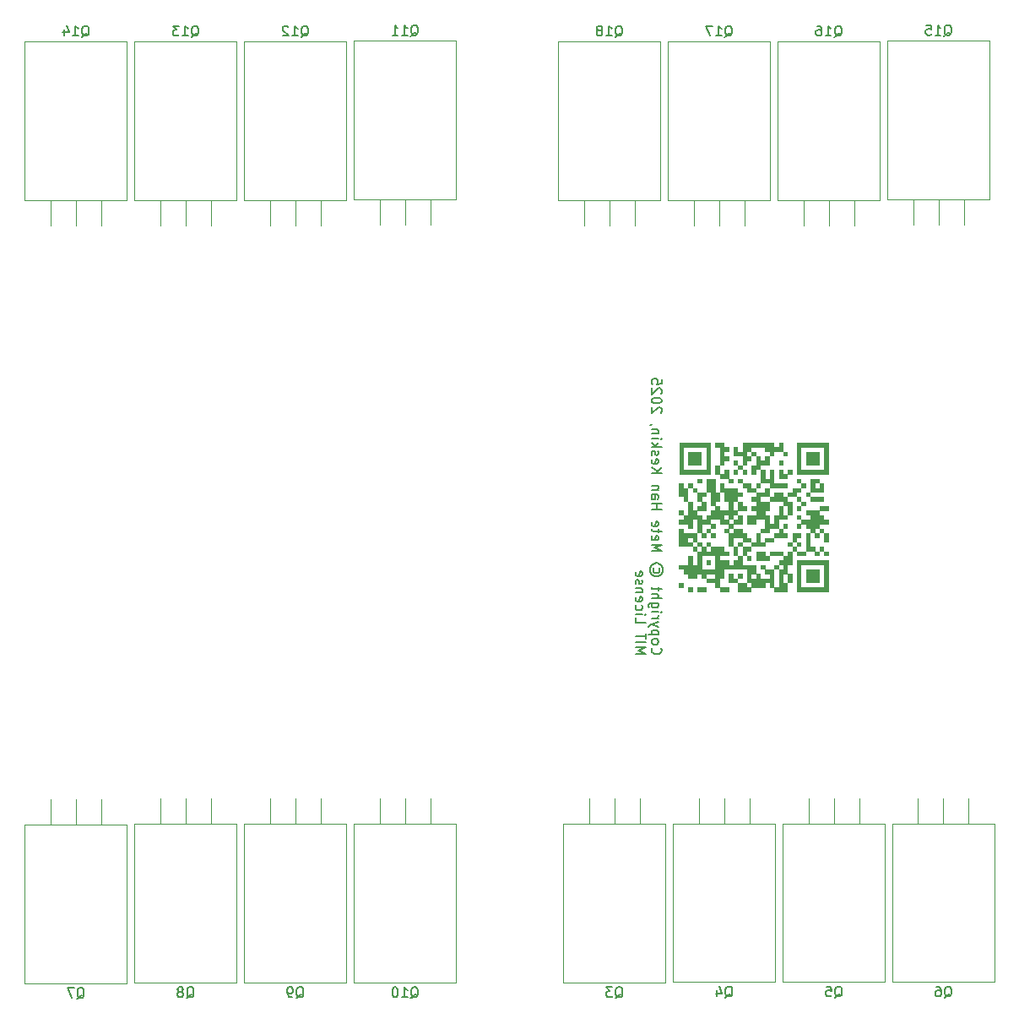
<source format=gbr>
%TF.GenerationSoftware,KiCad,Pcbnew,9.0.1*%
%TF.CreationDate,2025-04-06T02:54:57+02:00*%
%TF.ProjectId,controller_mainboard,636f6e74-726f-46c6-9c65-725f6d61696e,rev?*%
%TF.SameCoordinates,Original*%
%TF.FileFunction,Legend,Bot*%
%TF.FilePolarity,Positive*%
%FSLAX46Y46*%
G04 Gerber Fmt 4.6, Leading zero omitted, Abs format (unit mm)*
G04 Created by KiCad (PCBNEW 9.0.1) date 2025-04-06 02:54:57*
%MOMM*%
%LPD*%
G01*
G04 APERTURE LIST*
%ADD10C,0.150000*%
%ADD11C,0.120000*%
%ADD12C,0.000000*%
G04 APERTURE END LIST*
D10*
X129835363Y-123891792D02*
X129787744Y-123939411D01*
X129787744Y-123939411D02*
X129740124Y-124082268D01*
X129740124Y-124082268D02*
X129740124Y-124177506D01*
X129740124Y-124177506D02*
X129787744Y-124320363D01*
X129787744Y-124320363D02*
X129882982Y-124415601D01*
X129882982Y-124415601D02*
X129978220Y-124463220D01*
X129978220Y-124463220D02*
X130168696Y-124510839D01*
X130168696Y-124510839D02*
X130311553Y-124510839D01*
X130311553Y-124510839D02*
X130502029Y-124463220D01*
X130502029Y-124463220D02*
X130597267Y-124415601D01*
X130597267Y-124415601D02*
X130692505Y-124320363D01*
X130692505Y-124320363D02*
X130740124Y-124177506D01*
X130740124Y-124177506D02*
X130740124Y-124082268D01*
X130740124Y-124082268D02*
X130692505Y-123939411D01*
X130692505Y-123939411D02*
X130644886Y-123891792D01*
X129740124Y-123320363D02*
X129787744Y-123415601D01*
X129787744Y-123415601D02*
X129835363Y-123463220D01*
X129835363Y-123463220D02*
X129930601Y-123510839D01*
X129930601Y-123510839D02*
X130216315Y-123510839D01*
X130216315Y-123510839D02*
X130311553Y-123463220D01*
X130311553Y-123463220D02*
X130359172Y-123415601D01*
X130359172Y-123415601D02*
X130406791Y-123320363D01*
X130406791Y-123320363D02*
X130406791Y-123177506D01*
X130406791Y-123177506D02*
X130359172Y-123082268D01*
X130359172Y-123082268D02*
X130311553Y-123034649D01*
X130311553Y-123034649D02*
X130216315Y-122987030D01*
X130216315Y-122987030D02*
X129930601Y-122987030D01*
X129930601Y-122987030D02*
X129835363Y-123034649D01*
X129835363Y-123034649D02*
X129787744Y-123082268D01*
X129787744Y-123082268D02*
X129740124Y-123177506D01*
X129740124Y-123177506D02*
X129740124Y-123320363D01*
X130406791Y-122558458D02*
X129406791Y-122558458D01*
X130359172Y-122558458D02*
X130406791Y-122463220D01*
X130406791Y-122463220D02*
X130406791Y-122272744D01*
X130406791Y-122272744D02*
X130359172Y-122177506D01*
X130359172Y-122177506D02*
X130311553Y-122129887D01*
X130311553Y-122129887D02*
X130216315Y-122082268D01*
X130216315Y-122082268D02*
X129930601Y-122082268D01*
X129930601Y-122082268D02*
X129835363Y-122129887D01*
X129835363Y-122129887D02*
X129787744Y-122177506D01*
X129787744Y-122177506D02*
X129740124Y-122272744D01*
X129740124Y-122272744D02*
X129740124Y-122463220D01*
X129740124Y-122463220D02*
X129787744Y-122558458D01*
X130406791Y-121748934D02*
X129740124Y-121510839D01*
X130406791Y-121272744D02*
X129740124Y-121510839D01*
X129740124Y-121510839D02*
X129502029Y-121606077D01*
X129502029Y-121606077D02*
X129454410Y-121653696D01*
X129454410Y-121653696D02*
X129406791Y-121748934D01*
X129740124Y-120891791D02*
X130406791Y-120891791D01*
X130216315Y-120891791D02*
X130311553Y-120844172D01*
X130311553Y-120844172D02*
X130359172Y-120796553D01*
X130359172Y-120796553D02*
X130406791Y-120701315D01*
X130406791Y-120701315D02*
X130406791Y-120606077D01*
X129740124Y-120272743D02*
X130406791Y-120272743D01*
X130740124Y-120272743D02*
X130692505Y-120320362D01*
X130692505Y-120320362D02*
X130644886Y-120272743D01*
X130644886Y-120272743D02*
X130692505Y-120225124D01*
X130692505Y-120225124D02*
X130740124Y-120272743D01*
X130740124Y-120272743D02*
X130644886Y-120272743D01*
X130406791Y-119367982D02*
X129597267Y-119367982D01*
X129597267Y-119367982D02*
X129502029Y-119415601D01*
X129502029Y-119415601D02*
X129454410Y-119463220D01*
X129454410Y-119463220D02*
X129406791Y-119558458D01*
X129406791Y-119558458D02*
X129406791Y-119701315D01*
X129406791Y-119701315D02*
X129454410Y-119796553D01*
X129787744Y-119367982D02*
X129740124Y-119463220D01*
X129740124Y-119463220D02*
X129740124Y-119653696D01*
X129740124Y-119653696D02*
X129787744Y-119748934D01*
X129787744Y-119748934D02*
X129835363Y-119796553D01*
X129835363Y-119796553D02*
X129930601Y-119844172D01*
X129930601Y-119844172D02*
X130216315Y-119844172D01*
X130216315Y-119844172D02*
X130311553Y-119796553D01*
X130311553Y-119796553D02*
X130359172Y-119748934D01*
X130359172Y-119748934D02*
X130406791Y-119653696D01*
X130406791Y-119653696D02*
X130406791Y-119463220D01*
X130406791Y-119463220D02*
X130359172Y-119367982D01*
X129740124Y-118891791D02*
X130740124Y-118891791D01*
X129740124Y-118463220D02*
X130263934Y-118463220D01*
X130263934Y-118463220D02*
X130359172Y-118510839D01*
X130359172Y-118510839D02*
X130406791Y-118606077D01*
X130406791Y-118606077D02*
X130406791Y-118748934D01*
X130406791Y-118748934D02*
X130359172Y-118844172D01*
X130359172Y-118844172D02*
X130311553Y-118891791D01*
X130406791Y-118129886D02*
X130406791Y-117748934D01*
X130740124Y-117987029D02*
X129882982Y-117987029D01*
X129882982Y-117987029D02*
X129787744Y-117939410D01*
X129787744Y-117939410D02*
X129740124Y-117844172D01*
X129740124Y-117844172D02*
X129740124Y-117748934D01*
X130502029Y-115844171D02*
X130549648Y-115939410D01*
X130549648Y-115939410D02*
X130549648Y-116129886D01*
X130549648Y-116129886D02*
X130502029Y-116225124D01*
X130502029Y-116225124D02*
X130406791Y-116320362D01*
X130406791Y-116320362D02*
X130311553Y-116367981D01*
X130311553Y-116367981D02*
X130121077Y-116367981D01*
X130121077Y-116367981D02*
X130025839Y-116320362D01*
X130025839Y-116320362D02*
X129930601Y-116225124D01*
X129930601Y-116225124D02*
X129882982Y-116129886D01*
X129882982Y-116129886D02*
X129882982Y-115939410D01*
X129882982Y-115939410D02*
X129930601Y-115844171D01*
X130882982Y-116034648D02*
X130835363Y-116272743D01*
X130835363Y-116272743D02*
X130692505Y-116510838D01*
X130692505Y-116510838D02*
X130454410Y-116653695D01*
X130454410Y-116653695D02*
X130216315Y-116701314D01*
X130216315Y-116701314D02*
X129978220Y-116653695D01*
X129978220Y-116653695D02*
X129740124Y-116510838D01*
X129740124Y-116510838D02*
X129597267Y-116272743D01*
X129597267Y-116272743D02*
X129549648Y-116034648D01*
X129549648Y-116034648D02*
X129597267Y-115796552D01*
X129597267Y-115796552D02*
X129740124Y-115558457D01*
X129740124Y-115558457D02*
X129978220Y-115415600D01*
X129978220Y-115415600D02*
X130216315Y-115367981D01*
X130216315Y-115367981D02*
X130454410Y-115415600D01*
X130454410Y-115415600D02*
X130692505Y-115558457D01*
X130692505Y-115558457D02*
X130835363Y-115796552D01*
X130835363Y-115796552D02*
X130882982Y-116034648D01*
X129740124Y-114177504D02*
X130740124Y-114177504D01*
X130740124Y-114177504D02*
X130025839Y-113844171D01*
X130025839Y-113844171D02*
X130740124Y-113510838D01*
X130740124Y-113510838D02*
X129740124Y-113510838D01*
X129787744Y-112653695D02*
X129740124Y-112748933D01*
X129740124Y-112748933D02*
X129740124Y-112939409D01*
X129740124Y-112939409D02*
X129787744Y-113034647D01*
X129787744Y-113034647D02*
X129882982Y-113082266D01*
X129882982Y-113082266D02*
X130263934Y-113082266D01*
X130263934Y-113082266D02*
X130359172Y-113034647D01*
X130359172Y-113034647D02*
X130406791Y-112939409D01*
X130406791Y-112939409D02*
X130406791Y-112748933D01*
X130406791Y-112748933D02*
X130359172Y-112653695D01*
X130359172Y-112653695D02*
X130263934Y-112606076D01*
X130263934Y-112606076D02*
X130168696Y-112606076D01*
X130168696Y-112606076D02*
X130073458Y-113082266D01*
X130406791Y-112320361D02*
X130406791Y-111939409D01*
X130740124Y-112177504D02*
X129882982Y-112177504D01*
X129882982Y-112177504D02*
X129787744Y-112129885D01*
X129787744Y-112129885D02*
X129740124Y-112034647D01*
X129740124Y-112034647D02*
X129740124Y-111939409D01*
X129787744Y-111225123D02*
X129740124Y-111320361D01*
X129740124Y-111320361D02*
X129740124Y-111510837D01*
X129740124Y-111510837D02*
X129787744Y-111606075D01*
X129787744Y-111606075D02*
X129882982Y-111653694D01*
X129882982Y-111653694D02*
X130263934Y-111653694D01*
X130263934Y-111653694D02*
X130359172Y-111606075D01*
X130359172Y-111606075D02*
X130406791Y-111510837D01*
X130406791Y-111510837D02*
X130406791Y-111320361D01*
X130406791Y-111320361D02*
X130359172Y-111225123D01*
X130359172Y-111225123D02*
X130263934Y-111177504D01*
X130263934Y-111177504D02*
X130168696Y-111177504D01*
X130168696Y-111177504D02*
X130073458Y-111653694D01*
X129740124Y-109987027D02*
X130740124Y-109987027D01*
X130263934Y-109987027D02*
X130263934Y-109415599D01*
X129740124Y-109415599D02*
X130740124Y-109415599D01*
X129740124Y-108510837D02*
X130263934Y-108510837D01*
X130263934Y-108510837D02*
X130359172Y-108558456D01*
X130359172Y-108558456D02*
X130406791Y-108653694D01*
X130406791Y-108653694D02*
X130406791Y-108844170D01*
X130406791Y-108844170D02*
X130359172Y-108939408D01*
X129787744Y-108510837D02*
X129740124Y-108606075D01*
X129740124Y-108606075D02*
X129740124Y-108844170D01*
X129740124Y-108844170D02*
X129787744Y-108939408D01*
X129787744Y-108939408D02*
X129882982Y-108987027D01*
X129882982Y-108987027D02*
X129978220Y-108987027D01*
X129978220Y-108987027D02*
X130073458Y-108939408D01*
X130073458Y-108939408D02*
X130121077Y-108844170D01*
X130121077Y-108844170D02*
X130121077Y-108606075D01*
X130121077Y-108606075D02*
X130168696Y-108510837D01*
X130406791Y-108034646D02*
X129740124Y-108034646D01*
X130311553Y-108034646D02*
X130359172Y-107987027D01*
X130359172Y-107987027D02*
X130406791Y-107891789D01*
X130406791Y-107891789D02*
X130406791Y-107748932D01*
X130406791Y-107748932D02*
X130359172Y-107653694D01*
X130359172Y-107653694D02*
X130263934Y-107606075D01*
X130263934Y-107606075D02*
X129740124Y-107606075D01*
X129740124Y-106367979D02*
X130740124Y-106367979D01*
X129740124Y-105796551D02*
X130311553Y-106225122D01*
X130740124Y-105796551D02*
X130168696Y-106367979D01*
X129787744Y-104987027D02*
X129740124Y-105082265D01*
X129740124Y-105082265D02*
X129740124Y-105272741D01*
X129740124Y-105272741D02*
X129787744Y-105367979D01*
X129787744Y-105367979D02*
X129882982Y-105415598D01*
X129882982Y-105415598D02*
X130263934Y-105415598D01*
X130263934Y-105415598D02*
X130359172Y-105367979D01*
X130359172Y-105367979D02*
X130406791Y-105272741D01*
X130406791Y-105272741D02*
X130406791Y-105082265D01*
X130406791Y-105082265D02*
X130359172Y-104987027D01*
X130359172Y-104987027D02*
X130263934Y-104939408D01*
X130263934Y-104939408D02*
X130168696Y-104939408D01*
X130168696Y-104939408D02*
X130073458Y-105415598D01*
X129787744Y-104558455D02*
X129740124Y-104463217D01*
X129740124Y-104463217D02*
X129740124Y-104272741D01*
X129740124Y-104272741D02*
X129787744Y-104177503D01*
X129787744Y-104177503D02*
X129882982Y-104129884D01*
X129882982Y-104129884D02*
X129930601Y-104129884D01*
X129930601Y-104129884D02*
X130025839Y-104177503D01*
X130025839Y-104177503D02*
X130073458Y-104272741D01*
X130073458Y-104272741D02*
X130073458Y-104415598D01*
X130073458Y-104415598D02*
X130121077Y-104510836D01*
X130121077Y-104510836D02*
X130216315Y-104558455D01*
X130216315Y-104558455D02*
X130263934Y-104558455D01*
X130263934Y-104558455D02*
X130359172Y-104510836D01*
X130359172Y-104510836D02*
X130406791Y-104415598D01*
X130406791Y-104415598D02*
X130406791Y-104272741D01*
X130406791Y-104272741D02*
X130359172Y-104177503D01*
X129740124Y-103701312D02*
X130740124Y-103701312D01*
X130121077Y-103606074D02*
X129740124Y-103320360D01*
X130406791Y-103320360D02*
X130025839Y-103701312D01*
X129740124Y-102891788D02*
X130406791Y-102891788D01*
X130740124Y-102891788D02*
X130692505Y-102939407D01*
X130692505Y-102939407D02*
X130644886Y-102891788D01*
X130644886Y-102891788D02*
X130692505Y-102844169D01*
X130692505Y-102844169D02*
X130740124Y-102891788D01*
X130740124Y-102891788D02*
X130644886Y-102891788D01*
X130406791Y-102415598D02*
X129740124Y-102415598D01*
X130311553Y-102415598D02*
X130359172Y-102367979D01*
X130359172Y-102367979D02*
X130406791Y-102272741D01*
X130406791Y-102272741D02*
X130406791Y-102129884D01*
X130406791Y-102129884D02*
X130359172Y-102034646D01*
X130359172Y-102034646D02*
X130263934Y-101987027D01*
X130263934Y-101987027D02*
X129740124Y-101987027D01*
X129787744Y-101463217D02*
X129740124Y-101463217D01*
X129740124Y-101463217D02*
X129644886Y-101510836D01*
X129644886Y-101510836D02*
X129597267Y-101558455D01*
X130644886Y-100320360D02*
X130692505Y-100272741D01*
X130692505Y-100272741D02*
X130740124Y-100177503D01*
X130740124Y-100177503D02*
X130740124Y-99939408D01*
X130740124Y-99939408D02*
X130692505Y-99844170D01*
X130692505Y-99844170D02*
X130644886Y-99796551D01*
X130644886Y-99796551D02*
X130549648Y-99748932D01*
X130549648Y-99748932D02*
X130454410Y-99748932D01*
X130454410Y-99748932D02*
X130311553Y-99796551D01*
X130311553Y-99796551D02*
X129740124Y-100367979D01*
X129740124Y-100367979D02*
X129740124Y-99748932D01*
X130740124Y-99129884D02*
X130740124Y-99034646D01*
X130740124Y-99034646D02*
X130692505Y-98939408D01*
X130692505Y-98939408D02*
X130644886Y-98891789D01*
X130644886Y-98891789D02*
X130549648Y-98844170D01*
X130549648Y-98844170D02*
X130359172Y-98796551D01*
X130359172Y-98796551D02*
X130121077Y-98796551D01*
X130121077Y-98796551D02*
X129930601Y-98844170D01*
X129930601Y-98844170D02*
X129835363Y-98891789D01*
X129835363Y-98891789D02*
X129787744Y-98939408D01*
X129787744Y-98939408D02*
X129740124Y-99034646D01*
X129740124Y-99034646D02*
X129740124Y-99129884D01*
X129740124Y-99129884D02*
X129787744Y-99225122D01*
X129787744Y-99225122D02*
X129835363Y-99272741D01*
X129835363Y-99272741D02*
X129930601Y-99320360D01*
X129930601Y-99320360D02*
X130121077Y-99367979D01*
X130121077Y-99367979D02*
X130359172Y-99367979D01*
X130359172Y-99367979D02*
X130549648Y-99320360D01*
X130549648Y-99320360D02*
X130644886Y-99272741D01*
X130644886Y-99272741D02*
X130692505Y-99225122D01*
X130692505Y-99225122D02*
X130740124Y-99129884D01*
X130644886Y-98415598D02*
X130692505Y-98367979D01*
X130692505Y-98367979D02*
X130740124Y-98272741D01*
X130740124Y-98272741D02*
X130740124Y-98034646D01*
X130740124Y-98034646D02*
X130692505Y-97939408D01*
X130692505Y-97939408D02*
X130644886Y-97891789D01*
X130644886Y-97891789D02*
X130549648Y-97844170D01*
X130549648Y-97844170D02*
X130454410Y-97844170D01*
X130454410Y-97844170D02*
X130311553Y-97891789D01*
X130311553Y-97891789D02*
X129740124Y-98463217D01*
X129740124Y-98463217D02*
X129740124Y-97844170D01*
X130740124Y-96939408D02*
X130740124Y-97415598D01*
X130740124Y-97415598D02*
X130263934Y-97463217D01*
X130263934Y-97463217D02*
X130311553Y-97415598D01*
X130311553Y-97415598D02*
X130359172Y-97320360D01*
X130359172Y-97320360D02*
X130359172Y-97082265D01*
X130359172Y-97082265D02*
X130311553Y-96987027D01*
X130311553Y-96987027D02*
X130263934Y-96939408D01*
X130263934Y-96939408D02*
X130168696Y-96891789D01*
X130168696Y-96891789D02*
X129930601Y-96891789D01*
X129930601Y-96891789D02*
X129835363Y-96939408D01*
X129835363Y-96939408D02*
X129787744Y-96987027D01*
X129787744Y-96987027D02*
X129740124Y-97082265D01*
X129740124Y-97082265D02*
X129740124Y-97320360D01*
X129740124Y-97320360D02*
X129787744Y-97415598D01*
X129787744Y-97415598D02*
X129835363Y-97463217D01*
X128130180Y-124463220D02*
X129130180Y-124463220D01*
X129130180Y-124463220D02*
X128415895Y-124129887D01*
X128415895Y-124129887D02*
X129130180Y-123796554D01*
X129130180Y-123796554D02*
X128130180Y-123796554D01*
X128130180Y-123320363D02*
X129130180Y-123320363D01*
X129130180Y-122987030D02*
X129130180Y-122415602D01*
X128130180Y-122701316D02*
X129130180Y-122701316D01*
X128130180Y-120844173D02*
X128130180Y-121320363D01*
X128130180Y-121320363D02*
X129130180Y-121320363D01*
X128130180Y-120510839D02*
X128796847Y-120510839D01*
X129130180Y-120510839D02*
X129082561Y-120558458D01*
X129082561Y-120558458D02*
X129034942Y-120510839D01*
X129034942Y-120510839D02*
X129082561Y-120463220D01*
X129082561Y-120463220D02*
X129130180Y-120510839D01*
X129130180Y-120510839D02*
X129034942Y-120510839D01*
X128177800Y-119606078D02*
X128130180Y-119701316D01*
X128130180Y-119701316D02*
X128130180Y-119891792D01*
X128130180Y-119891792D02*
X128177800Y-119987030D01*
X128177800Y-119987030D02*
X128225419Y-120034649D01*
X128225419Y-120034649D02*
X128320657Y-120082268D01*
X128320657Y-120082268D02*
X128606371Y-120082268D01*
X128606371Y-120082268D02*
X128701609Y-120034649D01*
X128701609Y-120034649D02*
X128749228Y-119987030D01*
X128749228Y-119987030D02*
X128796847Y-119891792D01*
X128796847Y-119891792D02*
X128796847Y-119701316D01*
X128796847Y-119701316D02*
X128749228Y-119606078D01*
X128177800Y-118796554D02*
X128130180Y-118891792D01*
X128130180Y-118891792D02*
X128130180Y-119082268D01*
X128130180Y-119082268D02*
X128177800Y-119177506D01*
X128177800Y-119177506D02*
X128273038Y-119225125D01*
X128273038Y-119225125D02*
X128653990Y-119225125D01*
X128653990Y-119225125D02*
X128749228Y-119177506D01*
X128749228Y-119177506D02*
X128796847Y-119082268D01*
X128796847Y-119082268D02*
X128796847Y-118891792D01*
X128796847Y-118891792D02*
X128749228Y-118796554D01*
X128749228Y-118796554D02*
X128653990Y-118748935D01*
X128653990Y-118748935D02*
X128558752Y-118748935D01*
X128558752Y-118748935D02*
X128463514Y-119225125D01*
X128796847Y-118320363D02*
X128130180Y-118320363D01*
X128701609Y-118320363D02*
X128749228Y-118272744D01*
X128749228Y-118272744D02*
X128796847Y-118177506D01*
X128796847Y-118177506D02*
X128796847Y-118034649D01*
X128796847Y-118034649D02*
X128749228Y-117939411D01*
X128749228Y-117939411D02*
X128653990Y-117891792D01*
X128653990Y-117891792D02*
X128130180Y-117891792D01*
X128177800Y-117463220D02*
X128130180Y-117367982D01*
X128130180Y-117367982D02*
X128130180Y-117177506D01*
X128130180Y-117177506D02*
X128177800Y-117082268D01*
X128177800Y-117082268D02*
X128273038Y-117034649D01*
X128273038Y-117034649D02*
X128320657Y-117034649D01*
X128320657Y-117034649D02*
X128415895Y-117082268D01*
X128415895Y-117082268D02*
X128463514Y-117177506D01*
X128463514Y-117177506D02*
X128463514Y-117320363D01*
X128463514Y-117320363D02*
X128511133Y-117415601D01*
X128511133Y-117415601D02*
X128606371Y-117463220D01*
X128606371Y-117463220D02*
X128653990Y-117463220D01*
X128653990Y-117463220D02*
X128749228Y-117415601D01*
X128749228Y-117415601D02*
X128796847Y-117320363D01*
X128796847Y-117320363D02*
X128796847Y-117177506D01*
X128796847Y-117177506D02*
X128749228Y-117082268D01*
X128177800Y-116225125D02*
X128130180Y-116320363D01*
X128130180Y-116320363D02*
X128130180Y-116510839D01*
X128130180Y-116510839D02*
X128177800Y-116606077D01*
X128177800Y-116606077D02*
X128273038Y-116653696D01*
X128273038Y-116653696D02*
X128653990Y-116653696D01*
X128653990Y-116653696D02*
X128749228Y-116606077D01*
X128749228Y-116606077D02*
X128796847Y-116510839D01*
X128796847Y-116510839D02*
X128796847Y-116320363D01*
X128796847Y-116320363D02*
X128749228Y-116225125D01*
X128749228Y-116225125D02*
X128653990Y-116177506D01*
X128653990Y-116177506D02*
X128558752Y-116177506D01*
X128558752Y-116177506D02*
X128463514Y-116653696D01*
X94095238Y-158970057D02*
X94190476Y-158922438D01*
X94190476Y-158922438D02*
X94285714Y-158827200D01*
X94285714Y-158827200D02*
X94428571Y-158684342D01*
X94428571Y-158684342D02*
X94523809Y-158636723D01*
X94523809Y-158636723D02*
X94619047Y-158636723D01*
X94571428Y-158874819D02*
X94666666Y-158827200D01*
X94666666Y-158827200D02*
X94761904Y-158731961D01*
X94761904Y-158731961D02*
X94809523Y-158541485D01*
X94809523Y-158541485D02*
X94809523Y-158208152D01*
X94809523Y-158208152D02*
X94761904Y-158017676D01*
X94761904Y-158017676D02*
X94666666Y-157922438D01*
X94666666Y-157922438D02*
X94571428Y-157874819D01*
X94571428Y-157874819D02*
X94380952Y-157874819D01*
X94380952Y-157874819D02*
X94285714Y-157922438D01*
X94285714Y-157922438D02*
X94190476Y-158017676D01*
X94190476Y-158017676D02*
X94142857Y-158208152D01*
X94142857Y-158208152D02*
X94142857Y-158541485D01*
X94142857Y-158541485D02*
X94190476Y-158731961D01*
X94190476Y-158731961D02*
X94285714Y-158827200D01*
X94285714Y-158827200D02*
X94380952Y-158874819D01*
X94380952Y-158874819D02*
X94571428Y-158874819D01*
X93666666Y-158874819D02*
X93476190Y-158874819D01*
X93476190Y-158874819D02*
X93380952Y-158827200D01*
X93380952Y-158827200D02*
X93333333Y-158779580D01*
X93333333Y-158779580D02*
X93238095Y-158636723D01*
X93238095Y-158636723D02*
X93190476Y-158446247D01*
X93190476Y-158446247D02*
X93190476Y-158065295D01*
X93190476Y-158065295D02*
X93238095Y-157970057D01*
X93238095Y-157970057D02*
X93285714Y-157922438D01*
X93285714Y-157922438D02*
X93380952Y-157874819D01*
X93380952Y-157874819D02*
X93571428Y-157874819D01*
X93571428Y-157874819D02*
X93666666Y-157922438D01*
X93666666Y-157922438D02*
X93714285Y-157970057D01*
X93714285Y-157970057D02*
X93761904Y-158065295D01*
X93761904Y-158065295D02*
X93761904Y-158303390D01*
X93761904Y-158303390D02*
X93714285Y-158398628D01*
X93714285Y-158398628D02*
X93666666Y-158446247D01*
X93666666Y-158446247D02*
X93571428Y-158493866D01*
X93571428Y-158493866D02*
X93380952Y-158493866D01*
X93380952Y-158493866D02*
X93285714Y-158446247D01*
X93285714Y-158446247D02*
X93238095Y-158398628D01*
X93238095Y-158398628D02*
X93190476Y-158303390D01*
X137095238Y-158900057D02*
X137190476Y-158852438D01*
X137190476Y-158852438D02*
X137285714Y-158757200D01*
X137285714Y-158757200D02*
X137428571Y-158614342D01*
X137428571Y-158614342D02*
X137523809Y-158566723D01*
X137523809Y-158566723D02*
X137619047Y-158566723D01*
X137571428Y-158804819D02*
X137666666Y-158757200D01*
X137666666Y-158757200D02*
X137761904Y-158661961D01*
X137761904Y-158661961D02*
X137809523Y-158471485D01*
X137809523Y-158471485D02*
X137809523Y-158138152D01*
X137809523Y-158138152D02*
X137761904Y-157947676D01*
X137761904Y-157947676D02*
X137666666Y-157852438D01*
X137666666Y-157852438D02*
X137571428Y-157804819D01*
X137571428Y-157804819D02*
X137380952Y-157804819D01*
X137380952Y-157804819D02*
X137285714Y-157852438D01*
X137285714Y-157852438D02*
X137190476Y-157947676D01*
X137190476Y-157947676D02*
X137142857Y-158138152D01*
X137142857Y-158138152D02*
X137142857Y-158471485D01*
X137142857Y-158471485D02*
X137190476Y-158661961D01*
X137190476Y-158661961D02*
X137285714Y-158757200D01*
X137285714Y-158757200D02*
X137380952Y-158804819D01*
X137380952Y-158804819D02*
X137571428Y-158804819D01*
X136285714Y-158138152D02*
X136285714Y-158804819D01*
X136523809Y-157757200D02*
X136761904Y-158471485D01*
X136761904Y-158471485D02*
X136142857Y-158471485D01*
X83095238Y-158970057D02*
X83190476Y-158922438D01*
X83190476Y-158922438D02*
X83285714Y-158827200D01*
X83285714Y-158827200D02*
X83428571Y-158684342D01*
X83428571Y-158684342D02*
X83523809Y-158636723D01*
X83523809Y-158636723D02*
X83619047Y-158636723D01*
X83571428Y-158874819D02*
X83666666Y-158827200D01*
X83666666Y-158827200D02*
X83761904Y-158731961D01*
X83761904Y-158731961D02*
X83809523Y-158541485D01*
X83809523Y-158541485D02*
X83809523Y-158208152D01*
X83809523Y-158208152D02*
X83761904Y-158017676D01*
X83761904Y-158017676D02*
X83666666Y-157922438D01*
X83666666Y-157922438D02*
X83571428Y-157874819D01*
X83571428Y-157874819D02*
X83380952Y-157874819D01*
X83380952Y-157874819D02*
X83285714Y-157922438D01*
X83285714Y-157922438D02*
X83190476Y-158017676D01*
X83190476Y-158017676D02*
X83142857Y-158208152D01*
X83142857Y-158208152D02*
X83142857Y-158541485D01*
X83142857Y-158541485D02*
X83190476Y-158731961D01*
X83190476Y-158731961D02*
X83285714Y-158827200D01*
X83285714Y-158827200D02*
X83380952Y-158874819D01*
X83380952Y-158874819D02*
X83571428Y-158874819D01*
X82571428Y-158303390D02*
X82666666Y-158255771D01*
X82666666Y-158255771D02*
X82714285Y-158208152D01*
X82714285Y-158208152D02*
X82761904Y-158112914D01*
X82761904Y-158112914D02*
X82761904Y-158065295D01*
X82761904Y-158065295D02*
X82714285Y-157970057D01*
X82714285Y-157970057D02*
X82666666Y-157922438D01*
X82666666Y-157922438D02*
X82571428Y-157874819D01*
X82571428Y-157874819D02*
X82380952Y-157874819D01*
X82380952Y-157874819D02*
X82285714Y-157922438D01*
X82285714Y-157922438D02*
X82238095Y-157970057D01*
X82238095Y-157970057D02*
X82190476Y-158065295D01*
X82190476Y-158065295D02*
X82190476Y-158112914D01*
X82190476Y-158112914D02*
X82238095Y-158208152D01*
X82238095Y-158208152D02*
X82285714Y-158255771D01*
X82285714Y-158255771D02*
X82380952Y-158303390D01*
X82380952Y-158303390D02*
X82571428Y-158303390D01*
X82571428Y-158303390D02*
X82666666Y-158351009D01*
X82666666Y-158351009D02*
X82714285Y-158398628D01*
X82714285Y-158398628D02*
X82761904Y-158493866D01*
X82761904Y-158493866D02*
X82761904Y-158684342D01*
X82761904Y-158684342D02*
X82714285Y-158779580D01*
X82714285Y-158779580D02*
X82666666Y-158827200D01*
X82666666Y-158827200D02*
X82571428Y-158874819D01*
X82571428Y-158874819D02*
X82380952Y-158874819D01*
X82380952Y-158874819D02*
X82285714Y-158827200D01*
X82285714Y-158827200D02*
X82238095Y-158779580D01*
X82238095Y-158779580D02*
X82190476Y-158684342D01*
X82190476Y-158684342D02*
X82190476Y-158493866D01*
X82190476Y-158493866D02*
X82238095Y-158398628D01*
X82238095Y-158398628D02*
X82285714Y-158351009D01*
X82285714Y-158351009D02*
X82380952Y-158303390D01*
X159095238Y-158900057D02*
X159190476Y-158852438D01*
X159190476Y-158852438D02*
X159285714Y-158757200D01*
X159285714Y-158757200D02*
X159428571Y-158614342D01*
X159428571Y-158614342D02*
X159523809Y-158566723D01*
X159523809Y-158566723D02*
X159619047Y-158566723D01*
X159571428Y-158804819D02*
X159666666Y-158757200D01*
X159666666Y-158757200D02*
X159761904Y-158661961D01*
X159761904Y-158661961D02*
X159809523Y-158471485D01*
X159809523Y-158471485D02*
X159809523Y-158138152D01*
X159809523Y-158138152D02*
X159761904Y-157947676D01*
X159761904Y-157947676D02*
X159666666Y-157852438D01*
X159666666Y-157852438D02*
X159571428Y-157804819D01*
X159571428Y-157804819D02*
X159380952Y-157804819D01*
X159380952Y-157804819D02*
X159285714Y-157852438D01*
X159285714Y-157852438D02*
X159190476Y-157947676D01*
X159190476Y-157947676D02*
X159142857Y-158138152D01*
X159142857Y-158138152D02*
X159142857Y-158471485D01*
X159142857Y-158471485D02*
X159190476Y-158661961D01*
X159190476Y-158661961D02*
X159285714Y-158757200D01*
X159285714Y-158757200D02*
X159380952Y-158804819D01*
X159380952Y-158804819D02*
X159571428Y-158804819D01*
X158285714Y-157804819D02*
X158476190Y-157804819D01*
X158476190Y-157804819D02*
X158571428Y-157852438D01*
X158571428Y-157852438D02*
X158619047Y-157900057D01*
X158619047Y-157900057D02*
X158714285Y-158042914D01*
X158714285Y-158042914D02*
X158761904Y-158233390D01*
X158761904Y-158233390D02*
X158761904Y-158614342D01*
X158761904Y-158614342D02*
X158714285Y-158709580D01*
X158714285Y-158709580D02*
X158666666Y-158757200D01*
X158666666Y-158757200D02*
X158571428Y-158804819D01*
X158571428Y-158804819D02*
X158380952Y-158804819D01*
X158380952Y-158804819D02*
X158285714Y-158757200D01*
X158285714Y-158757200D02*
X158238095Y-158709580D01*
X158238095Y-158709580D02*
X158190476Y-158614342D01*
X158190476Y-158614342D02*
X158190476Y-158376247D01*
X158190476Y-158376247D02*
X158238095Y-158281009D01*
X158238095Y-158281009D02*
X158285714Y-158233390D01*
X158285714Y-158233390D02*
X158380952Y-158185771D01*
X158380952Y-158185771D02*
X158571428Y-158185771D01*
X158571428Y-158185771D02*
X158666666Y-158233390D01*
X158666666Y-158233390D02*
X158714285Y-158281009D01*
X158714285Y-158281009D02*
X158761904Y-158376247D01*
X105571429Y-62560058D02*
X105666667Y-62512439D01*
X105666667Y-62512439D02*
X105761905Y-62417201D01*
X105761905Y-62417201D02*
X105904762Y-62274343D01*
X105904762Y-62274343D02*
X106000000Y-62226724D01*
X106000000Y-62226724D02*
X106095238Y-62226724D01*
X106047619Y-62464820D02*
X106142857Y-62417201D01*
X106142857Y-62417201D02*
X106238095Y-62321962D01*
X106238095Y-62321962D02*
X106285714Y-62131486D01*
X106285714Y-62131486D02*
X106285714Y-61798153D01*
X106285714Y-61798153D02*
X106238095Y-61607677D01*
X106238095Y-61607677D02*
X106142857Y-61512439D01*
X106142857Y-61512439D02*
X106047619Y-61464820D01*
X106047619Y-61464820D02*
X105857143Y-61464820D01*
X105857143Y-61464820D02*
X105761905Y-61512439D01*
X105761905Y-61512439D02*
X105666667Y-61607677D01*
X105666667Y-61607677D02*
X105619048Y-61798153D01*
X105619048Y-61798153D02*
X105619048Y-62131486D01*
X105619048Y-62131486D02*
X105666667Y-62321962D01*
X105666667Y-62321962D02*
X105761905Y-62417201D01*
X105761905Y-62417201D02*
X105857143Y-62464820D01*
X105857143Y-62464820D02*
X106047619Y-62464820D01*
X104666667Y-62464820D02*
X105238095Y-62464820D01*
X104952381Y-62464820D02*
X104952381Y-61464820D01*
X104952381Y-61464820D02*
X105047619Y-61607677D01*
X105047619Y-61607677D02*
X105142857Y-61702915D01*
X105142857Y-61702915D02*
X105238095Y-61750534D01*
X103714286Y-62464820D02*
X104285714Y-62464820D01*
X104000000Y-62464820D02*
X104000000Y-61464820D01*
X104000000Y-61464820D02*
X104095238Y-61607677D01*
X104095238Y-61607677D02*
X104190476Y-61702915D01*
X104190476Y-61702915D02*
X104285714Y-61750534D01*
X72571429Y-62630057D02*
X72666667Y-62582438D01*
X72666667Y-62582438D02*
X72761905Y-62487200D01*
X72761905Y-62487200D02*
X72904762Y-62344342D01*
X72904762Y-62344342D02*
X73000000Y-62296723D01*
X73000000Y-62296723D02*
X73095238Y-62296723D01*
X73047619Y-62534819D02*
X73142857Y-62487200D01*
X73142857Y-62487200D02*
X73238095Y-62391961D01*
X73238095Y-62391961D02*
X73285714Y-62201485D01*
X73285714Y-62201485D02*
X73285714Y-61868152D01*
X73285714Y-61868152D02*
X73238095Y-61677676D01*
X73238095Y-61677676D02*
X73142857Y-61582438D01*
X73142857Y-61582438D02*
X73047619Y-61534819D01*
X73047619Y-61534819D02*
X72857143Y-61534819D01*
X72857143Y-61534819D02*
X72761905Y-61582438D01*
X72761905Y-61582438D02*
X72666667Y-61677676D01*
X72666667Y-61677676D02*
X72619048Y-61868152D01*
X72619048Y-61868152D02*
X72619048Y-62201485D01*
X72619048Y-62201485D02*
X72666667Y-62391961D01*
X72666667Y-62391961D02*
X72761905Y-62487200D01*
X72761905Y-62487200D02*
X72857143Y-62534819D01*
X72857143Y-62534819D02*
X73047619Y-62534819D01*
X71666667Y-62534819D02*
X72238095Y-62534819D01*
X71952381Y-62534819D02*
X71952381Y-61534819D01*
X71952381Y-61534819D02*
X72047619Y-61677676D01*
X72047619Y-61677676D02*
X72142857Y-61772914D01*
X72142857Y-61772914D02*
X72238095Y-61820533D01*
X70809524Y-61868152D02*
X70809524Y-62534819D01*
X71047619Y-61487200D02*
X71285714Y-62201485D01*
X71285714Y-62201485D02*
X70666667Y-62201485D01*
X83571429Y-62630057D02*
X83666667Y-62582438D01*
X83666667Y-62582438D02*
X83761905Y-62487200D01*
X83761905Y-62487200D02*
X83904762Y-62344342D01*
X83904762Y-62344342D02*
X84000000Y-62296723D01*
X84000000Y-62296723D02*
X84095238Y-62296723D01*
X84047619Y-62534819D02*
X84142857Y-62487200D01*
X84142857Y-62487200D02*
X84238095Y-62391961D01*
X84238095Y-62391961D02*
X84285714Y-62201485D01*
X84285714Y-62201485D02*
X84285714Y-61868152D01*
X84285714Y-61868152D02*
X84238095Y-61677676D01*
X84238095Y-61677676D02*
X84142857Y-61582438D01*
X84142857Y-61582438D02*
X84047619Y-61534819D01*
X84047619Y-61534819D02*
X83857143Y-61534819D01*
X83857143Y-61534819D02*
X83761905Y-61582438D01*
X83761905Y-61582438D02*
X83666667Y-61677676D01*
X83666667Y-61677676D02*
X83619048Y-61868152D01*
X83619048Y-61868152D02*
X83619048Y-62201485D01*
X83619048Y-62201485D02*
X83666667Y-62391961D01*
X83666667Y-62391961D02*
X83761905Y-62487200D01*
X83761905Y-62487200D02*
X83857143Y-62534819D01*
X83857143Y-62534819D02*
X84047619Y-62534819D01*
X82666667Y-62534819D02*
X83238095Y-62534819D01*
X82952381Y-62534819D02*
X82952381Y-61534819D01*
X82952381Y-61534819D02*
X83047619Y-61677676D01*
X83047619Y-61677676D02*
X83142857Y-61772914D01*
X83142857Y-61772914D02*
X83238095Y-61820533D01*
X82333333Y-61534819D02*
X81714286Y-61534819D01*
X81714286Y-61534819D02*
X82047619Y-61915771D01*
X82047619Y-61915771D02*
X81904762Y-61915771D01*
X81904762Y-61915771D02*
X81809524Y-61963390D01*
X81809524Y-61963390D02*
X81761905Y-62011009D01*
X81761905Y-62011009D02*
X81714286Y-62106247D01*
X81714286Y-62106247D02*
X81714286Y-62344342D01*
X81714286Y-62344342D02*
X81761905Y-62439580D01*
X81761905Y-62439580D02*
X81809524Y-62487200D01*
X81809524Y-62487200D02*
X81904762Y-62534819D01*
X81904762Y-62534819D02*
X82190476Y-62534819D01*
X82190476Y-62534819D02*
X82285714Y-62487200D01*
X82285714Y-62487200D02*
X82333333Y-62439580D01*
X72095238Y-159040057D02*
X72190476Y-158992438D01*
X72190476Y-158992438D02*
X72285714Y-158897200D01*
X72285714Y-158897200D02*
X72428571Y-158754342D01*
X72428571Y-158754342D02*
X72523809Y-158706723D01*
X72523809Y-158706723D02*
X72619047Y-158706723D01*
X72571428Y-158944819D02*
X72666666Y-158897200D01*
X72666666Y-158897200D02*
X72761904Y-158801961D01*
X72761904Y-158801961D02*
X72809523Y-158611485D01*
X72809523Y-158611485D02*
X72809523Y-158278152D01*
X72809523Y-158278152D02*
X72761904Y-158087676D01*
X72761904Y-158087676D02*
X72666666Y-157992438D01*
X72666666Y-157992438D02*
X72571428Y-157944819D01*
X72571428Y-157944819D02*
X72380952Y-157944819D01*
X72380952Y-157944819D02*
X72285714Y-157992438D01*
X72285714Y-157992438D02*
X72190476Y-158087676D01*
X72190476Y-158087676D02*
X72142857Y-158278152D01*
X72142857Y-158278152D02*
X72142857Y-158611485D01*
X72142857Y-158611485D02*
X72190476Y-158801961D01*
X72190476Y-158801961D02*
X72285714Y-158897200D01*
X72285714Y-158897200D02*
X72380952Y-158944819D01*
X72380952Y-158944819D02*
X72571428Y-158944819D01*
X71809523Y-157944819D02*
X71142857Y-157944819D01*
X71142857Y-157944819D02*
X71571428Y-158944819D01*
X159071429Y-62560058D02*
X159166667Y-62512439D01*
X159166667Y-62512439D02*
X159261905Y-62417201D01*
X159261905Y-62417201D02*
X159404762Y-62274343D01*
X159404762Y-62274343D02*
X159500000Y-62226724D01*
X159500000Y-62226724D02*
X159595238Y-62226724D01*
X159547619Y-62464820D02*
X159642857Y-62417201D01*
X159642857Y-62417201D02*
X159738095Y-62321962D01*
X159738095Y-62321962D02*
X159785714Y-62131486D01*
X159785714Y-62131486D02*
X159785714Y-61798153D01*
X159785714Y-61798153D02*
X159738095Y-61607677D01*
X159738095Y-61607677D02*
X159642857Y-61512439D01*
X159642857Y-61512439D02*
X159547619Y-61464820D01*
X159547619Y-61464820D02*
X159357143Y-61464820D01*
X159357143Y-61464820D02*
X159261905Y-61512439D01*
X159261905Y-61512439D02*
X159166667Y-61607677D01*
X159166667Y-61607677D02*
X159119048Y-61798153D01*
X159119048Y-61798153D02*
X159119048Y-62131486D01*
X159119048Y-62131486D02*
X159166667Y-62321962D01*
X159166667Y-62321962D02*
X159261905Y-62417201D01*
X159261905Y-62417201D02*
X159357143Y-62464820D01*
X159357143Y-62464820D02*
X159547619Y-62464820D01*
X158166667Y-62464820D02*
X158738095Y-62464820D01*
X158452381Y-62464820D02*
X158452381Y-61464820D01*
X158452381Y-61464820D02*
X158547619Y-61607677D01*
X158547619Y-61607677D02*
X158642857Y-61702915D01*
X158642857Y-61702915D02*
X158738095Y-61750534D01*
X157261905Y-61464820D02*
X157738095Y-61464820D01*
X157738095Y-61464820D02*
X157785714Y-61941010D01*
X157785714Y-61941010D02*
X157738095Y-61893391D01*
X157738095Y-61893391D02*
X157642857Y-61845772D01*
X157642857Y-61845772D02*
X157404762Y-61845772D01*
X157404762Y-61845772D02*
X157309524Y-61893391D01*
X157309524Y-61893391D02*
X157261905Y-61941010D01*
X157261905Y-61941010D02*
X157214286Y-62036248D01*
X157214286Y-62036248D02*
X157214286Y-62274343D01*
X157214286Y-62274343D02*
X157261905Y-62369581D01*
X157261905Y-62369581D02*
X157309524Y-62417201D01*
X157309524Y-62417201D02*
X157404762Y-62464820D01*
X157404762Y-62464820D02*
X157642857Y-62464820D01*
X157642857Y-62464820D02*
X157738095Y-62417201D01*
X157738095Y-62417201D02*
X157785714Y-62369581D01*
X105571428Y-158970057D02*
X105666666Y-158922438D01*
X105666666Y-158922438D02*
X105761904Y-158827200D01*
X105761904Y-158827200D02*
X105904761Y-158684342D01*
X105904761Y-158684342D02*
X105999999Y-158636723D01*
X105999999Y-158636723D02*
X106095237Y-158636723D01*
X106047618Y-158874819D02*
X106142856Y-158827200D01*
X106142856Y-158827200D02*
X106238094Y-158731961D01*
X106238094Y-158731961D02*
X106285713Y-158541485D01*
X106285713Y-158541485D02*
X106285713Y-158208152D01*
X106285713Y-158208152D02*
X106238094Y-158017676D01*
X106238094Y-158017676D02*
X106142856Y-157922438D01*
X106142856Y-157922438D02*
X106047618Y-157874819D01*
X106047618Y-157874819D02*
X105857142Y-157874819D01*
X105857142Y-157874819D02*
X105761904Y-157922438D01*
X105761904Y-157922438D02*
X105666666Y-158017676D01*
X105666666Y-158017676D02*
X105619047Y-158208152D01*
X105619047Y-158208152D02*
X105619047Y-158541485D01*
X105619047Y-158541485D02*
X105666666Y-158731961D01*
X105666666Y-158731961D02*
X105761904Y-158827200D01*
X105761904Y-158827200D02*
X105857142Y-158874819D01*
X105857142Y-158874819D02*
X106047618Y-158874819D01*
X104666666Y-158874819D02*
X105238094Y-158874819D01*
X104952380Y-158874819D02*
X104952380Y-157874819D01*
X104952380Y-157874819D02*
X105047618Y-158017676D01*
X105047618Y-158017676D02*
X105142856Y-158112914D01*
X105142856Y-158112914D02*
X105238094Y-158160533D01*
X104047618Y-157874819D02*
X103952380Y-157874819D01*
X103952380Y-157874819D02*
X103857142Y-157922438D01*
X103857142Y-157922438D02*
X103809523Y-157970057D01*
X103809523Y-157970057D02*
X103761904Y-158065295D01*
X103761904Y-158065295D02*
X103714285Y-158255771D01*
X103714285Y-158255771D02*
X103714285Y-158493866D01*
X103714285Y-158493866D02*
X103761904Y-158684342D01*
X103761904Y-158684342D02*
X103809523Y-158779580D01*
X103809523Y-158779580D02*
X103857142Y-158827200D01*
X103857142Y-158827200D02*
X103952380Y-158874819D01*
X103952380Y-158874819D02*
X104047618Y-158874819D01*
X104047618Y-158874819D02*
X104142856Y-158827200D01*
X104142856Y-158827200D02*
X104190475Y-158779580D01*
X104190475Y-158779580D02*
X104238094Y-158684342D01*
X104238094Y-158684342D02*
X104285713Y-158493866D01*
X104285713Y-158493866D02*
X104285713Y-158255771D01*
X104285713Y-158255771D02*
X104238094Y-158065295D01*
X104238094Y-158065295D02*
X104190475Y-157970057D01*
X104190475Y-157970057D02*
X104142856Y-157922438D01*
X104142856Y-157922438D02*
X104047618Y-157874819D01*
X126071429Y-62630057D02*
X126166667Y-62582438D01*
X126166667Y-62582438D02*
X126261905Y-62487200D01*
X126261905Y-62487200D02*
X126404762Y-62344342D01*
X126404762Y-62344342D02*
X126500000Y-62296723D01*
X126500000Y-62296723D02*
X126595238Y-62296723D01*
X126547619Y-62534819D02*
X126642857Y-62487200D01*
X126642857Y-62487200D02*
X126738095Y-62391961D01*
X126738095Y-62391961D02*
X126785714Y-62201485D01*
X126785714Y-62201485D02*
X126785714Y-61868152D01*
X126785714Y-61868152D02*
X126738095Y-61677676D01*
X126738095Y-61677676D02*
X126642857Y-61582438D01*
X126642857Y-61582438D02*
X126547619Y-61534819D01*
X126547619Y-61534819D02*
X126357143Y-61534819D01*
X126357143Y-61534819D02*
X126261905Y-61582438D01*
X126261905Y-61582438D02*
X126166667Y-61677676D01*
X126166667Y-61677676D02*
X126119048Y-61868152D01*
X126119048Y-61868152D02*
X126119048Y-62201485D01*
X126119048Y-62201485D02*
X126166667Y-62391961D01*
X126166667Y-62391961D02*
X126261905Y-62487200D01*
X126261905Y-62487200D02*
X126357143Y-62534819D01*
X126357143Y-62534819D02*
X126547619Y-62534819D01*
X125166667Y-62534819D02*
X125738095Y-62534819D01*
X125452381Y-62534819D02*
X125452381Y-61534819D01*
X125452381Y-61534819D02*
X125547619Y-61677676D01*
X125547619Y-61677676D02*
X125642857Y-61772914D01*
X125642857Y-61772914D02*
X125738095Y-61820533D01*
X124595238Y-61963390D02*
X124690476Y-61915771D01*
X124690476Y-61915771D02*
X124738095Y-61868152D01*
X124738095Y-61868152D02*
X124785714Y-61772914D01*
X124785714Y-61772914D02*
X124785714Y-61725295D01*
X124785714Y-61725295D02*
X124738095Y-61630057D01*
X124738095Y-61630057D02*
X124690476Y-61582438D01*
X124690476Y-61582438D02*
X124595238Y-61534819D01*
X124595238Y-61534819D02*
X124404762Y-61534819D01*
X124404762Y-61534819D02*
X124309524Y-61582438D01*
X124309524Y-61582438D02*
X124261905Y-61630057D01*
X124261905Y-61630057D02*
X124214286Y-61725295D01*
X124214286Y-61725295D02*
X124214286Y-61772914D01*
X124214286Y-61772914D02*
X124261905Y-61868152D01*
X124261905Y-61868152D02*
X124309524Y-61915771D01*
X124309524Y-61915771D02*
X124404762Y-61963390D01*
X124404762Y-61963390D02*
X124595238Y-61963390D01*
X124595238Y-61963390D02*
X124690476Y-62011009D01*
X124690476Y-62011009D02*
X124738095Y-62058628D01*
X124738095Y-62058628D02*
X124785714Y-62153866D01*
X124785714Y-62153866D02*
X124785714Y-62344342D01*
X124785714Y-62344342D02*
X124738095Y-62439580D01*
X124738095Y-62439580D02*
X124690476Y-62487200D01*
X124690476Y-62487200D02*
X124595238Y-62534819D01*
X124595238Y-62534819D02*
X124404762Y-62534819D01*
X124404762Y-62534819D02*
X124309524Y-62487200D01*
X124309524Y-62487200D02*
X124261905Y-62439580D01*
X124261905Y-62439580D02*
X124214286Y-62344342D01*
X124214286Y-62344342D02*
X124214286Y-62153866D01*
X124214286Y-62153866D02*
X124261905Y-62058628D01*
X124261905Y-62058628D02*
X124309524Y-62011009D01*
X124309524Y-62011009D02*
X124404762Y-61963390D01*
X126095238Y-158970057D02*
X126190476Y-158922438D01*
X126190476Y-158922438D02*
X126285714Y-158827200D01*
X126285714Y-158827200D02*
X126428571Y-158684342D01*
X126428571Y-158684342D02*
X126523809Y-158636723D01*
X126523809Y-158636723D02*
X126619047Y-158636723D01*
X126571428Y-158874819D02*
X126666666Y-158827200D01*
X126666666Y-158827200D02*
X126761904Y-158731961D01*
X126761904Y-158731961D02*
X126809523Y-158541485D01*
X126809523Y-158541485D02*
X126809523Y-158208152D01*
X126809523Y-158208152D02*
X126761904Y-158017676D01*
X126761904Y-158017676D02*
X126666666Y-157922438D01*
X126666666Y-157922438D02*
X126571428Y-157874819D01*
X126571428Y-157874819D02*
X126380952Y-157874819D01*
X126380952Y-157874819D02*
X126285714Y-157922438D01*
X126285714Y-157922438D02*
X126190476Y-158017676D01*
X126190476Y-158017676D02*
X126142857Y-158208152D01*
X126142857Y-158208152D02*
X126142857Y-158541485D01*
X126142857Y-158541485D02*
X126190476Y-158731961D01*
X126190476Y-158731961D02*
X126285714Y-158827200D01*
X126285714Y-158827200D02*
X126380952Y-158874819D01*
X126380952Y-158874819D02*
X126571428Y-158874819D01*
X125809523Y-157874819D02*
X125190476Y-157874819D01*
X125190476Y-157874819D02*
X125523809Y-158255771D01*
X125523809Y-158255771D02*
X125380952Y-158255771D01*
X125380952Y-158255771D02*
X125285714Y-158303390D01*
X125285714Y-158303390D02*
X125238095Y-158351009D01*
X125238095Y-158351009D02*
X125190476Y-158446247D01*
X125190476Y-158446247D02*
X125190476Y-158684342D01*
X125190476Y-158684342D02*
X125238095Y-158779580D01*
X125238095Y-158779580D02*
X125285714Y-158827200D01*
X125285714Y-158827200D02*
X125380952Y-158874819D01*
X125380952Y-158874819D02*
X125666666Y-158874819D01*
X125666666Y-158874819D02*
X125761904Y-158827200D01*
X125761904Y-158827200D02*
X125809523Y-158779580D01*
X148071429Y-62630057D02*
X148166667Y-62582438D01*
X148166667Y-62582438D02*
X148261905Y-62487200D01*
X148261905Y-62487200D02*
X148404762Y-62344342D01*
X148404762Y-62344342D02*
X148500000Y-62296723D01*
X148500000Y-62296723D02*
X148595238Y-62296723D01*
X148547619Y-62534819D02*
X148642857Y-62487200D01*
X148642857Y-62487200D02*
X148738095Y-62391961D01*
X148738095Y-62391961D02*
X148785714Y-62201485D01*
X148785714Y-62201485D02*
X148785714Y-61868152D01*
X148785714Y-61868152D02*
X148738095Y-61677676D01*
X148738095Y-61677676D02*
X148642857Y-61582438D01*
X148642857Y-61582438D02*
X148547619Y-61534819D01*
X148547619Y-61534819D02*
X148357143Y-61534819D01*
X148357143Y-61534819D02*
X148261905Y-61582438D01*
X148261905Y-61582438D02*
X148166667Y-61677676D01*
X148166667Y-61677676D02*
X148119048Y-61868152D01*
X148119048Y-61868152D02*
X148119048Y-62201485D01*
X148119048Y-62201485D02*
X148166667Y-62391961D01*
X148166667Y-62391961D02*
X148261905Y-62487200D01*
X148261905Y-62487200D02*
X148357143Y-62534819D01*
X148357143Y-62534819D02*
X148547619Y-62534819D01*
X147166667Y-62534819D02*
X147738095Y-62534819D01*
X147452381Y-62534819D02*
X147452381Y-61534819D01*
X147452381Y-61534819D02*
X147547619Y-61677676D01*
X147547619Y-61677676D02*
X147642857Y-61772914D01*
X147642857Y-61772914D02*
X147738095Y-61820533D01*
X146309524Y-61534819D02*
X146500000Y-61534819D01*
X146500000Y-61534819D02*
X146595238Y-61582438D01*
X146595238Y-61582438D02*
X146642857Y-61630057D01*
X146642857Y-61630057D02*
X146738095Y-61772914D01*
X146738095Y-61772914D02*
X146785714Y-61963390D01*
X146785714Y-61963390D02*
X146785714Y-62344342D01*
X146785714Y-62344342D02*
X146738095Y-62439580D01*
X146738095Y-62439580D02*
X146690476Y-62487200D01*
X146690476Y-62487200D02*
X146595238Y-62534819D01*
X146595238Y-62534819D02*
X146404762Y-62534819D01*
X146404762Y-62534819D02*
X146309524Y-62487200D01*
X146309524Y-62487200D02*
X146261905Y-62439580D01*
X146261905Y-62439580D02*
X146214286Y-62344342D01*
X146214286Y-62344342D02*
X146214286Y-62106247D01*
X146214286Y-62106247D02*
X146261905Y-62011009D01*
X146261905Y-62011009D02*
X146309524Y-61963390D01*
X146309524Y-61963390D02*
X146404762Y-61915771D01*
X146404762Y-61915771D02*
X146595238Y-61915771D01*
X146595238Y-61915771D02*
X146690476Y-61963390D01*
X146690476Y-61963390D02*
X146738095Y-62011009D01*
X146738095Y-62011009D02*
X146785714Y-62106247D01*
X148095238Y-158900057D02*
X148190476Y-158852438D01*
X148190476Y-158852438D02*
X148285714Y-158757200D01*
X148285714Y-158757200D02*
X148428571Y-158614342D01*
X148428571Y-158614342D02*
X148523809Y-158566723D01*
X148523809Y-158566723D02*
X148619047Y-158566723D01*
X148571428Y-158804819D02*
X148666666Y-158757200D01*
X148666666Y-158757200D02*
X148761904Y-158661961D01*
X148761904Y-158661961D02*
X148809523Y-158471485D01*
X148809523Y-158471485D02*
X148809523Y-158138152D01*
X148809523Y-158138152D02*
X148761904Y-157947676D01*
X148761904Y-157947676D02*
X148666666Y-157852438D01*
X148666666Y-157852438D02*
X148571428Y-157804819D01*
X148571428Y-157804819D02*
X148380952Y-157804819D01*
X148380952Y-157804819D02*
X148285714Y-157852438D01*
X148285714Y-157852438D02*
X148190476Y-157947676D01*
X148190476Y-157947676D02*
X148142857Y-158138152D01*
X148142857Y-158138152D02*
X148142857Y-158471485D01*
X148142857Y-158471485D02*
X148190476Y-158661961D01*
X148190476Y-158661961D02*
X148285714Y-158757200D01*
X148285714Y-158757200D02*
X148380952Y-158804819D01*
X148380952Y-158804819D02*
X148571428Y-158804819D01*
X147238095Y-157804819D02*
X147714285Y-157804819D01*
X147714285Y-157804819D02*
X147761904Y-158281009D01*
X147761904Y-158281009D02*
X147714285Y-158233390D01*
X147714285Y-158233390D02*
X147619047Y-158185771D01*
X147619047Y-158185771D02*
X147380952Y-158185771D01*
X147380952Y-158185771D02*
X147285714Y-158233390D01*
X147285714Y-158233390D02*
X147238095Y-158281009D01*
X147238095Y-158281009D02*
X147190476Y-158376247D01*
X147190476Y-158376247D02*
X147190476Y-158614342D01*
X147190476Y-158614342D02*
X147238095Y-158709580D01*
X147238095Y-158709580D02*
X147285714Y-158757200D01*
X147285714Y-158757200D02*
X147380952Y-158804819D01*
X147380952Y-158804819D02*
X147619047Y-158804819D01*
X147619047Y-158804819D02*
X147714285Y-158757200D01*
X147714285Y-158757200D02*
X147761904Y-158709580D01*
X94571429Y-62630057D02*
X94666667Y-62582438D01*
X94666667Y-62582438D02*
X94761905Y-62487200D01*
X94761905Y-62487200D02*
X94904762Y-62344342D01*
X94904762Y-62344342D02*
X95000000Y-62296723D01*
X95000000Y-62296723D02*
X95095238Y-62296723D01*
X95047619Y-62534819D02*
X95142857Y-62487200D01*
X95142857Y-62487200D02*
X95238095Y-62391961D01*
X95238095Y-62391961D02*
X95285714Y-62201485D01*
X95285714Y-62201485D02*
X95285714Y-61868152D01*
X95285714Y-61868152D02*
X95238095Y-61677676D01*
X95238095Y-61677676D02*
X95142857Y-61582438D01*
X95142857Y-61582438D02*
X95047619Y-61534819D01*
X95047619Y-61534819D02*
X94857143Y-61534819D01*
X94857143Y-61534819D02*
X94761905Y-61582438D01*
X94761905Y-61582438D02*
X94666667Y-61677676D01*
X94666667Y-61677676D02*
X94619048Y-61868152D01*
X94619048Y-61868152D02*
X94619048Y-62201485D01*
X94619048Y-62201485D02*
X94666667Y-62391961D01*
X94666667Y-62391961D02*
X94761905Y-62487200D01*
X94761905Y-62487200D02*
X94857143Y-62534819D01*
X94857143Y-62534819D02*
X95047619Y-62534819D01*
X93666667Y-62534819D02*
X94238095Y-62534819D01*
X93952381Y-62534819D02*
X93952381Y-61534819D01*
X93952381Y-61534819D02*
X94047619Y-61677676D01*
X94047619Y-61677676D02*
X94142857Y-61772914D01*
X94142857Y-61772914D02*
X94238095Y-61820533D01*
X93285714Y-61630057D02*
X93238095Y-61582438D01*
X93238095Y-61582438D02*
X93142857Y-61534819D01*
X93142857Y-61534819D02*
X92904762Y-61534819D01*
X92904762Y-61534819D02*
X92809524Y-61582438D01*
X92809524Y-61582438D02*
X92761905Y-61630057D01*
X92761905Y-61630057D02*
X92714286Y-61725295D01*
X92714286Y-61725295D02*
X92714286Y-61820533D01*
X92714286Y-61820533D02*
X92761905Y-61963390D01*
X92761905Y-61963390D02*
X93333333Y-62534819D01*
X93333333Y-62534819D02*
X92714286Y-62534819D01*
X137071429Y-62630057D02*
X137166667Y-62582438D01*
X137166667Y-62582438D02*
X137261905Y-62487200D01*
X137261905Y-62487200D02*
X137404762Y-62344342D01*
X137404762Y-62344342D02*
X137500000Y-62296723D01*
X137500000Y-62296723D02*
X137595238Y-62296723D01*
X137547619Y-62534819D02*
X137642857Y-62487200D01*
X137642857Y-62487200D02*
X137738095Y-62391961D01*
X137738095Y-62391961D02*
X137785714Y-62201485D01*
X137785714Y-62201485D02*
X137785714Y-61868152D01*
X137785714Y-61868152D02*
X137738095Y-61677676D01*
X137738095Y-61677676D02*
X137642857Y-61582438D01*
X137642857Y-61582438D02*
X137547619Y-61534819D01*
X137547619Y-61534819D02*
X137357143Y-61534819D01*
X137357143Y-61534819D02*
X137261905Y-61582438D01*
X137261905Y-61582438D02*
X137166667Y-61677676D01*
X137166667Y-61677676D02*
X137119048Y-61868152D01*
X137119048Y-61868152D02*
X137119048Y-62201485D01*
X137119048Y-62201485D02*
X137166667Y-62391961D01*
X137166667Y-62391961D02*
X137261905Y-62487200D01*
X137261905Y-62487200D02*
X137357143Y-62534819D01*
X137357143Y-62534819D02*
X137547619Y-62534819D01*
X136166667Y-62534819D02*
X136738095Y-62534819D01*
X136452381Y-62534819D02*
X136452381Y-61534819D01*
X136452381Y-61534819D02*
X136547619Y-61677676D01*
X136547619Y-61677676D02*
X136642857Y-61772914D01*
X136642857Y-61772914D02*
X136738095Y-61820533D01*
X135833333Y-61534819D02*
X135166667Y-61534819D01*
X135166667Y-61534819D02*
X135595238Y-62534819D01*
D11*
%TO.C,Q9*%
X88880000Y-157420000D02*
X88880000Y-141530000D01*
X88880000Y-157420000D02*
X99120000Y-157420000D01*
X88880000Y-141530000D02*
X99120000Y-141530000D01*
X91460000Y-141530000D02*
X91460000Y-138990000D01*
X94000000Y-141530000D02*
X94000000Y-138990000D01*
X96540000Y-141530000D02*
X96540000Y-138990000D01*
X99120000Y-157420000D02*
X99120000Y-141530000D01*
%TO.C,Q4*%
X131880000Y-157350000D02*
X131880000Y-141460000D01*
X131880000Y-157350000D02*
X142120000Y-157350000D01*
X131880000Y-141460000D02*
X142120000Y-141460000D01*
X134460000Y-141460000D02*
X134460000Y-138920000D01*
X137000000Y-141460000D02*
X137000000Y-138920000D01*
X139540000Y-141460000D02*
X139540000Y-138920000D01*
X142120000Y-157350000D02*
X142120000Y-141460000D01*
%TO.C,Q8*%
X77880000Y-157420000D02*
X77880000Y-141530000D01*
X77880000Y-157420000D02*
X88120000Y-157420000D01*
X77880000Y-141530000D02*
X88120000Y-141530000D01*
X80460000Y-141530000D02*
X80460000Y-138990000D01*
X83000000Y-141530000D02*
X83000000Y-138990000D01*
X85540000Y-141530000D02*
X85540000Y-138990000D01*
X88120000Y-157420000D02*
X88120000Y-141530000D01*
%TO.C,Q6*%
X153880000Y-157350000D02*
X153880000Y-141460000D01*
X153880000Y-157350000D02*
X164120000Y-157350000D01*
X153880000Y-141460000D02*
X164120000Y-141460000D01*
X156460000Y-141460000D02*
X156460000Y-138920000D01*
X159000000Y-141460000D02*
X159000000Y-138920000D01*
X161540000Y-141460000D02*
X161540000Y-138920000D01*
X164120000Y-157350000D02*
X164120000Y-141460000D01*
%TO.C,Q11*%
X110120000Y-63010001D02*
X110120000Y-78900001D01*
X110120000Y-63010001D02*
X99880000Y-63010001D01*
X110120000Y-78900001D02*
X99880000Y-78900001D01*
X107540000Y-78900001D02*
X107540000Y-81440001D01*
X105000000Y-78900001D02*
X105000000Y-81440001D01*
X102460000Y-78900001D02*
X102460000Y-81440001D01*
X99880000Y-63010001D02*
X99880000Y-78900001D01*
%TO.C,Q14*%
X77120000Y-63080000D02*
X77120000Y-78970000D01*
X77120000Y-63080000D02*
X66880000Y-63080000D01*
X77120000Y-78970000D02*
X66880000Y-78970000D01*
X74540000Y-78970000D02*
X74540000Y-81510000D01*
X72000000Y-78970000D02*
X72000000Y-81510000D01*
X69460000Y-78970000D02*
X69460000Y-81510000D01*
X66880000Y-63080000D02*
X66880000Y-78970000D01*
%TO.C,Q13*%
X88120000Y-63080000D02*
X88120000Y-78970000D01*
X88120000Y-63080000D02*
X77880000Y-63080000D01*
X88120000Y-78970000D02*
X77880000Y-78970000D01*
X85540000Y-78970000D02*
X85540000Y-81510000D01*
X83000000Y-78970000D02*
X83000000Y-81510000D01*
X80460000Y-78970000D02*
X80460000Y-81510000D01*
X77880000Y-63080000D02*
X77880000Y-78970000D01*
%TO.C,Q7*%
X66880000Y-157490000D02*
X66880000Y-141600000D01*
X66880000Y-157490000D02*
X77120000Y-157490000D01*
X66880000Y-141600000D02*
X77120000Y-141600000D01*
X69460000Y-141600000D02*
X69460000Y-139060000D01*
X72000000Y-141600000D02*
X72000000Y-139060000D01*
X74540000Y-141600000D02*
X74540000Y-139060000D01*
X77120000Y-157490000D02*
X77120000Y-141600000D01*
%TO.C,Q15*%
X163620000Y-63010001D02*
X163620000Y-78900001D01*
X163620000Y-63010001D02*
X153380000Y-63010001D01*
X163620000Y-78900001D02*
X153380000Y-78900001D01*
X161040000Y-78900001D02*
X161040000Y-81440001D01*
X158500000Y-78900001D02*
X158500000Y-81440001D01*
X155960000Y-78900001D02*
X155960000Y-81440001D01*
X153380000Y-63010001D02*
X153380000Y-78900001D01*
%TO.C,Q10*%
X99880000Y-157420000D02*
X99880000Y-141530000D01*
X99880000Y-157420000D02*
X110120000Y-157420000D01*
X99880000Y-141530000D02*
X110120000Y-141530000D01*
X102460000Y-141530000D02*
X102460000Y-138990000D01*
X105000000Y-141530000D02*
X105000000Y-138990000D01*
X107540000Y-141530000D02*
X107540000Y-138990000D01*
X110120000Y-157420000D02*
X110120000Y-141530000D01*
%TO.C,Q18*%
X130620000Y-63080000D02*
X130620000Y-78970000D01*
X130620000Y-63080000D02*
X120380000Y-63080000D01*
X130620000Y-78970000D02*
X120380000Y-78970000D01*
X128040000Y-78970000D02*
X128040000Y-81510000D01*
X125500000Y-78970000D02*
X125500000Y-81510000D01*
X122960000Y-78970000D02*
X122960000Y-81510000D01*
X120380000Y-63080000D02*
X120380000Y-78970000D01*
%TO.C,Q3*%
X120880000Y-157420000D02*
X120880000Y-141530000D01*
X120880000Y-157420000D02*
X131120000Y-157420000D01*
X120880000Y-141530000D02*
X131120000Y-141530000D01*
X123460000Y-141530000D02*
X123460000Y-138990000D01*
X126000000Y-141530000D02*
X126000000Y-138990000D01*
X128540000Y-141530000D02*
X128540000Y-138990000D01*
X131120000Y-157420000D02*
X131120000Y-141530000D01*
%TO.C,Q16*%
X152620000Y-63080000D02*
X152620000Y-78970000D01*
X152620000Y-63080000D02*
X142380000Y-63080000D01*
X152620000Y-78970000D02*
X142380000Y-78970000D01*
X150040000Y-78970000D02*
X150040000Y-81510000D01*
X147500000Y-78970000D02*
X147500000Y-81510000D01*
X144960000Y-78970000D02*
X144960000Y-81510000D01*
X142380000Y-63080000D02*
X142380000Y-78970000D01*
%TO.C,Q5*%
X142880000Y-157350000D02*
X142880000Y-141460000D01*
X142880000Y-157350000D02*
X153120000Y-157350000D01*
X142880000Y-141460000D02*
X153120000Y-141460000D01*
X145460000Y-141460000D02*
X145460000Y-138920000D01*
X148000000Y-141460000D02*
X148000000Y-138920000D01*
X150540000Y-141460000D02*
X150540000Y-138920000D01*
X153120000Y-157350000D02*
X153120000Y-141460000D01*
%TO.C,Q12*%
X99120000Y-63080000D02*
X99120000Y-78970000D01*
X99120000Y-63080000D02*
X88880000Y-63080000D01*
X99120000Y-78970000D02*
X88880000Y-78970000D01*
X96540000Y-78970000D02*
X96540000Y-81510000D01*
X94000000Y-78970000D02*
X94000000Y-81510000D01*
X91460000Y-78970000D02*
X91460000Y-81510000D01*
X88880000Y-63080000D02*
X88880000Y-78970000D01*
D12*
%TO.C,G\u002A\u002A\u002A*%
G36*
X143405671Y-107859420D02*
G01*
X142497993Y-107859420D01*
X141590314Y-107859420D01*
X141590314Y-108302007D01*
X141590314Y-108744595D01*
X141815358Y-108744595D01*
X142040402Y-108744595D01*
X142040402Y-108519550D01*
X142040402Y-108294506D01*
X142497993Y-108294506D01*
X142955583Y-108294506D01*
X142955583Y-108519550D01*
X142955583Y-108744595D01*
X143173125Y-108744595D01*
X143390668Y-108744595D01*
X143390668Y-108519550D01*
X143390668Y-108294506D01*
X143623214Y-108294506D01*
X143855760Y-108294506D01*
X143855760Y-108069462D01*
X143855760Y-107844417D01*
X144305848Y-107844417D01*
X144755937Y-107844417D01*
X144755937Y-107626875D01*
X144755937Y-107409332D01*
X144530893Y-107409332D01*
X144305848Y-107409332D01*
X144305848Y-107169284D01*
X144305848Y-106929237D01*
X144538394Y-106929237D01*
X144770940Y-106929237D01*
X144770940Y-107161783D01*
X144770940Y-107394329D01*
X144995984Y-107394329D01*
X145221029Y-107394329D01*
X145221029Y-107626875D01*
X145221029Y-107859420D01*
X144995984Y-107859420D01*
X144770940Y-107859420D01*
X144770940Y-108084465D01*
X144770940Y-108309509D01*
X144545896Y-108309509D01*
X144320851Y-108309509D01*
X144320851Y-108527052D01*
X144320851Y-108744595D01*
X144545896Y-108744595D01*
X144770940Y-108744595D01*
X144770940Y-108977140D01*
X144770940Y-109209686D01*
X144995984Y-109209686D01*
X145221029Y-109209686D01*
X145221029Y-109442232D01*
X145221029Y-109674778D01*
X144995984Y-109674778D01*
X144770940Y-109674778D01*
X144770940Y-109899822D01*
X144770940Y-110124866D01*
X144538394Y-110124866D01*
X144305848Y-110124866D01*
X144305848Y-109892320D01*
X144305848Y-109659775D01*
X144530893Y-109659775D01*
X144755937Y-109659775D01*
X144755937Y-109442232D01*
X144755937Y-109224689D01*
X144530893Y-109224689D01*
X144305848Y-109224689D01*
X144305848Y-108992143D01*
X144305848Y-108759598D01*
X143855760Y-108759598D01*
X143405671Y-108759598D01*
X143405671Y-108984642D01*
X143405671Y-109209686D01*
X143638217Y-109209686D01*
X143870763Y-109209686D01*
X143870763Y-109442232D01*
X143870763Y-109892320D01*
X143870763Y-110117365D01*
X143870763Y-110574955D01*
X143638217Y-110574955D01*
X143405671Y-110574955D01*
X143405671Y-110807501D01*
X143405671Y-111040046D01*
X142955583Y-111040046D01*
X142505494Y-111040046D01*
X142505494Y-111482634D01*
X142505494Y-111925221D01*
X142723037Y-111925221D01*
X142940580Y-111925221D01*
X142940580Y-111700176D01*
X142940580Y-111475132D01*
X143173125Y-111475132D01*
X143405671Y-111475132D01*
X143405671Y-111707678D01*
X143405671Y-111940224D01*
X143180627Y-111940224D01*
X142955583Y-111940224D01*
X142955583Y-112157766D01*
X142955583Y-112375309D01*
X143180627Y-112375309D01*
X143405671Y-112375309D01*
X143405671Y-112615357D01*
X143405671Y-112855404D01*
X142730538Y-112855404D01*
X142055405Y-112855404D01*
X142055405Y-113080448D01*
X142055405Y-113305492D01*
X141597815Y-113305492D01*
X141140225Y-113305492D01*
X141140225Y-113523035D01*
X141140225Y-113530537D01*
X141140225Y-113755581D01*
X140457591Y-113755581D01*
X139774957Y-113755581D01*
X139774957Y-113980625D01*
X139774957Y-114205670D01*
X139549912Y-114205670D01*
X139324868Y-114205670D01*
X139324868Y-114430714D01*
X139324868Y-114655758D01*
X139549912Y-114655758D01*
X139774957Y-114655758D01*
X139774957Y-114888304D01*
X139774957Y-115120850D01*
X139542411Y-115120850D01*
X139309865Y-115120850D01*
X139309865Y-114895805D01*
X139309865Y-114670761D01*
X139092322Y-114670761D01*
X138874779Y-114670761D01*
X138874779Y-115113348D01*
X138874779Y-115555935D01*
X139557414Y-115555935D01*
X140240048Y-115555935D01*
X140240048Y-116013525D01*
X140240048Y-116471116D01*
X140465092Y-116471116D01*
X140690137Y-116471116D01*
X140690137Y-116696160D01*
X140690137Y-116703661D01*
X140690137Y-116921204D01*
X141132724Y-116921204D01*
X141575311Y-116921204D01*
X141575311Y-116703661D01*
X141575311Y-116486118D01*
X141350267Y-116486118D01*
X141125222Y-116486118D01*
X141125222Y-116253573D01*
X141125222Y-116021027D01*
X142055405Y-116021027D01*
X142055405Y-116921204D01*
X142055405Y-117821381D01*
X142272948Y-117821381D01*
X142490491Y-117821381D01*
X142490491Y-116928706D01*
X142955583Y-116928706D01*
X142955583Y-117371293D01*
X143173125Y-117371293D01*
X143390668Y-117371293D01*
X143390668Y-116928706D01*
X143390668Y-116486118D01*
X143173125Y-116486118D01*
X142955583Y-116486118D01*
X142955583Y-116921204D01*
X142955583Y-116928706D01*
X142490491Y-116928706D01*
X142490491Y-116921204D01*
X142490491Y-116021027D01*
X142272948Y-116021027D01*
X142055405Y-116021027D01*
X141125222Y-116021027D01*
X140900178Y-116021027D01*
X140675134Y-116021027D01*
X140675134Y-115788481D01*
X140675134Y-115555935D01*
X140907680Y-115555935D01*
X141140225Y-115555935D01*
X141140225Y-115780980D01*
X141140225Y-116006024D01*
X141590314Y-116006024D01*
X142040402Y-116006024D01*
X142040402Y-115780980D01*
X142040402Y-115570938D01*
X142505494Y-115570938D01*
X142505494Y-115788481D01*
X142505494Y-116006024D01*
X142723037Y-116006024D01*
X142940580Y-116006024D01*
X142940580Y-115788481D01*
X142940580Y-115570938D01*
X142723037Y-115570938D01*
X142505494Y-115570938D01*
X142040402Y-115570938D01*
X142040402Y-115555935D01*
X142265447Y-115555935D01*
X142490491Y-115555935D01*
X142490491Y-115330891D01*
X142490491Y-115105847D01*
X142715535Y-115105847D01*
X142940580Y-115105847D01*
X142940580Y-114888304D01*
X142940580Y-114670761D01*
X142265447Y-114670761D01*
X141590314Y-114670761D01*
X141590314Y-114895805D01*
X141590314Y-115120850D01*
X140907680Y-115120850D01*
X140225045Y-115120850D01*
X140225045Y-114655758D01*
X140225045Y-114190667D01*
X140682635Y-114190667D01*
X141140225Y-114190667D01*
X141140225Y-114423212D01*
X141140225Y-114655758D01*
X141357768Y-114655758D01*
X141575311Y-114655758D01*
X141575311Y-114423212D01*
X141575311Y-114190667D01*
X142265447Y-114190667D01*
X142955583Y-114190667D01*
X142955583Y-114423212D01*
X142955583Y-114655758D01*
X143173125Y-114655758D01*
X143390668Y-114655758D01*
X143390668Y-114423212D01*
X143390668Y-114190667D01*
X143623214Y-114190667D01*
X143855760Y-114190667D01*
X143855760Y-113973124D01*
X143855760Y-113755581D01*
X143623214Y-113755581D01*
X143390668Y-113755581D01*
X143390668Y-113523035D01*
X143390668Y-113305492D01*
X143870763Y-113305492D01*
X143870763Y-113523035D01*
X143870763Y-113740578D01*
X144088306Y-113740578D01*
X144305848Y-113740578D01*
X144305848Y-113523035D01*
X144305848Y-113305492D01*
X144088306Y-113305492D01*
X143870763Y-113305492D01*
X143390668Y-113305492D01*
X143390668Y-113290489D01*
X143623214Y-113290489D01*
X143855760Y-113290489D01*
X143855760Y-112832899D01*
X143855760Y-112375309D01*
X144313350Y-112375309D01*
X144770940Y-112375309D01*
X144770940Y-112615357D01*
X144770940Y-112855404D01*
X144545896Y-112855404D01*
X144320851Y-112855404D01*
X144320851Y-113072947D01*
X144320851Y-113290489D01*
X144545896Y-113290489D01*
X144770940Y-113290489D01*
X144770940Y-113523035D01*
X144770940Y-113755581D01*
X144545896Y-113755581D01*
X144320851Y-113755581D01*
X144320851Y-113973124D01*
X144320851Y-114190667D01*
X144763439Y-114190667D01*
X145206026Y-114190667D01*
X145206026Y-113282988D01*
X145206026Y-112375309D01*
X145438571Y-112375309D01*
X145671117Y-112375309D01*
X145671117Y-112157766D01*
X145671117Y-111940224D01*
X146136209Y-111940224D01*
X146136209Y-112157766D01*
X146136209Y-112375309D01*
X146353752Y-112375309D01*
X146571294Y-112375309D01*
X146571294Y-112157766D01*
X146571294Y-111940224D01*
X146353752Y-111940224D01*
X146136209Y-111940224D01*
X145671117Y-111940224D01*
X145438571Y-111940224D01*
X145206026Y-111940224D01*
X145206026Y-111715179D01*
X145206026Y-111490135D01*
X144988483Y-111490135D01*
X144770940Y-111490135D01*
X144770940Y-111715179D01*
X144770940Y-111940224D01*
X144538394Y-111940224D01*
X144305848Y-111940224D01*
X144305848Y-111707678D01*
X144305848Y-111475132D01*
X144530893Y-111475132D01*
X144755937Y-111475132D01*
X144755937Y-111257589D01*
X144755937Y-111040046D01*
X144530893Y-111040046D01*
X144305848Y-111040046D01*
X144305848Y-110799999D01*
X144305848Y-110559952D01*
X144538394Y-110559952D01*
X144770940Y-110559952D01*
X144770940Y-110792498D01*
X144770940Y-111025043D01*
X145221029Y-111025043D01*
X145671117Y-111025043D01*
X145671117Y-110799999D01*
X145671117Y-110574955D01*
X145438571Y-110574955D01*
X145206026Y-110574955D01*
X145206026Y-110342409D01*
X145206026Y-110109863D01*
X145888660Y-110109863D01*
X146571294Y-110109863D01*
X146571294Y-109884819D01*
X146571294Y-109659775D01*
X147036386Y-109659775D01*
X147501477Y-109659775D01*
X147501477Y-109892320D01*
X147501477Y-110124866D01*
X147043887Y-110124866D01*
X146586297Y-110124866D01*
X146586297Y-110342409D01*
X146586297Y-110559952D01*
X146811342Y-110559952D01*
X147036386Y-110559952D01*
X147036386Y-110792498D01*
X147036386Y-111025043D01*
X147268932Y-111025043D01*
X147501477Y-111025043D01*
X147501477Y-111257589D01*
X147501477Y-111490135D01*
X147043887Y-111490135D01*
X146586297Y-111490135D01*
X146586297Y-111707678D01*
X146586297Y-111925221D01*
X146811342Y-111925221D01*
X147036386Y-111925221D01*
X147036386Y-112150265D01*
X147036386Y-112157766D01*
X147036386Y-112375309D01*
X147268932Y-112375309D01*
X147501477Y-112375309D01*
X147501477Y-112840401D01*
X147501477Y-113305492D01*
X147261430Y-113305492D01*
X147021383Y-113305492D01*
X147021383Y-112847902D01*
X147021383Y-112390312D01*
X146803840Y-112390312D01*
X146586297Y-112390312D01*
X146586297Y-112622858D01*
X146586297Y-112855404D01*
X146353752Y-112855404D01*
X146121206Y-112855404D01*
X146121206Y-112622858D01*
X146121206Y-112390312D01*
X145903663Y-112390312D01*
X145686120Y-112390312D01*
X145686120Y-113065445D01*
X145686120Y-113740578D01*
X145911164Y-113740578D01*
X146136209Y-113740578D01*
X146136209Y-113965622D01*
X146136209Y-114190667D01*
X146353752Y-114190667D01*
X146571294Y-114190667D01*
X146571294Y-113965622D01*
X146571294Y-113740578D01*
X146803840Y-113740578D01*
X147036386Y-113740578D01*
X147036386Y-113965622D01*
X147036386Y-114190667D01*
X147268932Y-114190667D01*
X147501477Y-114190667D01*
X147501477Y-114430714D01*
X147501477Y-114670761D01*
X147261430Y-114670761D01*
X147021383Y-114670761D01*
X147021383Y-114438215D01*
X147021383Y-114205670D01*
X146803840Y-114205670D01*
X146586297Y-114205670D01*
X146586297Y-114438215D01*
X146586297Y-114670761D01*
X146353752Y-114670761D01*
X146121206Y-114670761D01*
X146121206Y-114438215D01*
X146121206Y-114205670D01*
X145671117Y-114205670D01*
X145221029Y-114205670D01*
X145221029Y-114438215D01*
X145221029Y-114670761D01*
X144763439Y-114670761D01*
X144305848Y-114670761D01*
X144305848Y-114438215D01*
X144305848Y-114205670D01*
X144088306Y-114205670D01*
X143870763Y-114205670D01*
X143870763Y-114888304D01*
X143870763Y-115570938D01*
X143638217Y-115570938D01*
X143405671Y-115570938D01*
X143405671Y-115788481D01*
X143405671Y-116021027D01*
X143405671Y-116471116D01*
X143638217Y-116471116D01*
X143870763Y-116471116D01*
X143870763Y-116928706D01*
X143870763Y-117386296D01*
X143638217Y-117386296D01*
X143405671Y-117386296D01*
X143405671Y-117843886D01*
X143405671Y-118301476D01*
X142723037Y-118301476D01*
X142040402Y-118301476D01*
X142040402Y-118068930D01*
X142040402Y-117836384D01*
X141807857Y-117836384D01*
X141575311Y-117836384D01*
X141575311Y-117611340D01*
X141575311Y-117386296D01*
X141357768Y-117386296D01*
X141140225Y-117386296D01*
X141140225Y-117603839D01*
X141140225Y-117611340D01*
X141140225Y-117836384D01*
X140457591Y-117836384D01*
X139774957Y-117836384D01*
X139774957Y-118068930D01*
X139774957Y-118301476D01*
X139092322Y-118301476D01*
X138409688Y-118301476D01*
X138409688Y-117843886D01*
X138409688Y-117386296D01*
X139324868Y-117386296D01*
X139324868Y-117603839D01*
X139324868Y-117821381D01*
X139542411Y-117821381D01*
X139759954Y-117821381D01*
X139759954Y-117603839D01*
X139759954Y-117386296D01*
X139542411Y-117386296D01*
X139324868Y-117386296D01*
X138409688Y-117386296D01*
X137952098Y-117386296D01*
X137494508Y-117386296D01*
X137494508Y-116928706D01*
X137494508Y-116471116D01*
X137727053Y-116471116D01*
X137959599Y-116471116D01*
X137959599Y-116696160D01*
X137959599Y-116921204D01*
X138184643Y-116921204D01*
X138409688Y-116921204D01*
X138409688Y-116696160D01*
X138409688Y-116471116D01*
X138642234Y-116471116D01*
X138874779Y-116471116D01*
X138874779Y-116703661D01*
X138874779Y-116936207D01*
X138649735Y-116936207D01*
X138424691Y-116936207D01*
X138424691Y-117153750D01*
X138424691Y-117371293D01*
X138867278Y-117371293D01*
X139309865Y-117371293D01*
X139309865Y-116696160D01*
X139309865Y-116486118D01*
X139774957Y-116486118D01*
X139774957Y-116703661D01*
X139774957Y-116921204D01*
X140000001Y-116921204D01*
X140225045Y-116921204D01*
X140225045Y-116703661D01*
X140225045Y-116486118D01*
X140000001Y-116486118D01*
X139774957Y-116486118D01*
X139309865Y-116486118D01*
X139309865Y-116021027D01*
X138184643Y-116021027D01*
X137059422Y-116021027D01*
X137059422Y-116478617D01*
X137059422Y-116703661D01*
X137059422Y-116936207D01*
X136834378Y-116936207D01*
X136609333Y-116936207D01*
X136609333Y-117378794D01*
X136609333Y-117821381D01*
X137059422Y-117821381D01*
X137509511Y-117821381D01*
X137509511Y-118061429D01*
X137509511Y-118301476D01*
X137051921Y-118301476D01*
X136594330Y-118301476D01*
X136594330Y-118068930D01*
X136594330Y-117836384D01*
X136361785Y-117836384D01*
X136129239Y-117836384D01*
X136129239Y-117611340D01*
X136129239Y-117386296D01*
X135679150Y-117386296D01*
X135229062Y-117386296D01*
X135229062Y-117161251D01*
X135229062Y-116936207D01*
X135004017Y-116936207D01*
X134778973Y-116936207D01*
X134778973Y-116711163D01*
X134778973Y-116486118D01*
X135244065Y-116486118D01*
X135244065Y-116703661D01*
X135244065Y-116921204D01*
X135686652Y-116921204D01*
X136129239Y-116921204D01*
X136129239Y-116703661D01*
X136129239Y-116486118D01*
X135686652Y-116486118D01*
X135244065Y-116486118D01*
X134778973Y-116486118D01*
X134553929Y-116486118D01*
X134328884Y-116486118D01*
X134328884Y-116711163D01*
X134328884Y-116936207D01*
X133871294Y-116936207D01*
X133413704Y-116936207D01*
X133413704Y-116711163D01*
X133413704Y-116486118D01*
X133188660Y-116486118D01*
X132963616Y-116486118D01*
X132963616Y-116253573D01*
X132963616Y-116021027D01*
X132731070Y-116021027D01*
X132498524Y-116021027D01*
X132498524Y-115788481D01*
X132498524Y-115555935D01*
X132956114Y-115555935D01*
X133413704Y-115555935D01*
X133413704Y-115105847D01*
X133413704Y-114655758D01*
X133646250Y-114655758D01*
X133878796Y-114655758D01*
X133878796Y-115105847D01*
X133878796Y-115555935D01*
X134096339Y-115555935D01*
X134313882Y-115555935D01*
X134313882Y-114880802D01*
X134313882Y-114670761D01*
X134793976Y-114670761D01*
X134793976Y-115338393D01*
X134793976Y-116006024D01*
X135461607Y-116006024D01*
X136129239Y-116006024D01*
X136129239Y-115338393D01*
X136129239Y-114670761D01*
X135461607Y-114670761D01*
X134793976Y-114670761D01*
X134313882Y-114670761D01*
X134313882Y-114205670D01*
X134088837Y-114205670D01*
X133863793Y-114205670D01*
X133863793Y-113980625D01*
X133863793Y-113755581D01*
X134328884Y-113755581D01*
X134328884Y-113973124D01*
X134328884Y-114190667D01*
X134553929Y-114190667D01*
X134778973Y-114190667D01*
X135244065Y-114190667D01*
X135461607Y-114190667D01*
X135679150Y-114190667D01*
X135679150Y-113973124D01*
X135679150Y-113755581D01*
X135461607Y-113755581D01*
X135244065Y-113755581D01*
X135244065Y-113973124D01*
X135244065Y-114190667D01*
X134778973Y-114190667D01*
X134778973Y-113973124D01*
X134778973Y-113755581D01*
X134553929Y-113755581D01*
X134328884Y-113755581D01*
X133863793Y-113755581D01*
X133181159Y-113755581D01*
X132498524Y-113755581D01*
X132498524Y-113305492D01*
X133878796Y-113305492D01*
X133878796Y-113523035D01*
X133878796Y-113740578D01*
X134096339Y-113740578D01*
X134313882Y-113740578D01*
X134313882Y-113523035D01*
X134313882Y-113305492D01*
X134096339Y-113305492D01*
X133878796Y-113305492D01*
X132498524Y-113305492D01*
X132498524Y-112855404D01*
X133428707Y-112855404D01*
X133428707Y-113072947D01*
X133428707Y-113290489D01*
X133646250Y-113290489D01*
X133863793Y-113290489D01*
X133863793Y-113072947D01*
X133863793Y-112855404D01*
X133646250Y-112855404D01*
X133428707Y-112855404D01*
X132498524Y-112855404D01*
X132498524Y-112840401D01*
X132498524Y-112390312D01*
X134328884Y-112390312D01*
X134328884Y-112840401D01*
X134328884Y-113072947D01*
X134328884Y-113290489D01*
X134561430Y-113290489D01*
X134793976Y-113290489D01*
X134793976Y-113515534D01*
X134793976Y-113523035D01*
X134793976Y-113740578D01*
X135011519Y-113740578D01*
X135229062Y-113740578D01*
X135229062Y-113515534D01*
X135229062Y-113290489D01*
X135461607Y-113290489D01*
X135694153Y-113290489D01*
X135694153Y-113515534D01*
X135694153Y-113740578D01*
X136376788Y-113740578D01*
X137059422Y-113740578D01*
X137059422Y-113965622D01*
X137059422Y-113973124D01*
X137059422Y-114190667D01*
X137284466Y-114190667D01*
X137509511Y-114190667D01*
X137509511Y-114430714D01*
X137509511Y-114670761D01*
X137059422Y-114670761D01*
X136609333Y-114670761D01*
X136609333Y-114888304D01*
X136609333Y-115105847D01*
X137059422Y-115105847D01*
X137509511Y-115105847D01*
X137509511Y-115330891D01*
X137509511Y-115338393D01*
X137509511Y-115555935D01*
X137727053Y-115555935D01*
X137944596Y-115555935D01*
X137944596Y-115330891D01*
X137944596Y-115105847D01*
X138177142Y-115105847D01*
X138409688Y-115105847D01*
X138409688Y-114888304D01*
X138409688Y-114670761D01*
X138177142Y-114670761D01*
X137944596Y-114670761D01*
X137944596Y-114213171D01*
X137944596Y-113755581D01*
X138424691Y-113755581D01*
X138424691Y-114205670D01*
X138424691Y-114655758D01*
X138642234Y-114655758D01*
X138859776Y-114655758D01*
X138859776Y-114205670D01*
X138859776Y-113755581D01*
X138642234Y-113755581D01*
X138424691Y-113755581D01*
X137944596Y-113755581D01*
X137719552Y-113755581D01*
X137494508Y-113755581D01*
X137494508Y-113072947D01*
X137494508Y-112855404D01*
X137959599Y-112855404D01*
X137959599Y-113297991D01*
X137959599Y-113740578D01*
X138184643Y-113740578D01*
X138409688Y-113740578D01*
X138409688Y-113515534D01*
X138409688Y-113305492D01*
X138874779Y-113305492D01*
X138874779Y-113523035D01*
X138874779Y-113740578D01*
X139317366Y-113740578D01*
X139759954Y-113740578D01*
X139759954Y-113523035D01*
X139759954Y-113305492D01*
X139317366Y-113305492D01*
X138874779Y-113305492D01*
X138409688Y-113305492D01*
X138409688Y-113290489D01*
X138634732Y-113290489D01*
X138859776Y-113290489D01*
X138859776Y-113072947D01*
X138859776Y-112855404D01*
X138409688Y-112855404D01*
X137959599Y-112855404D01*
X137494508Y-112855404D01*
X137494508Y-112390312D01*
X137269463Y-112390312D01*
X137044419Y-112390312D01*
X137044419Y-112157766D01*
X137044419Y-111940224D01*
X137509511Y-111940224D01*
X137509511Y-112157766D01*
X137509511Y-112375309D01*
X137727053Y-112375309D01*
X137944596Y-112375309D01*
X137944596Y-112157766D01*
X137944596Y-111940224D01*
X137727053Y-111940224D01*
X137509511Y-111940224D01*
X137044419Y-111940224D01*
X137044419Y-111925221D01*
X137269463Y-111925221D01*
X137494508Y-111925221D01*
X137494508Y-111707678D01*
X137494508Y-111490135D01*
X137044419Y-111490135D01*
X136594330Y-111490135D01*
X136594330Y-111265091D01*
X136594330Y-111040046D01*
X137509511Y-111040046D01*
X137509511Y-111257589D01*
X137509511Y-111475132D01*
X137727053Y-111475132D01*
X137944596Y-111475132D01*
X137944596Y-111257589D01*
X137944596Y-111040046D01*
X137727053Y-111040046D01*
X137509511Y-111040046D01*
X136594330Y-111040046D01*
X136144242Y-111040046D01*
X135694153Y-111040046D01*
X135694153Y-111257589D01*
X135694153Y-111475132D01*
X135919198Y-111475132D01*
X136144242Y-111475132D01*
X136144242Y-111707678D01*
X136144242Y-111940224D01*
X135919198Y-111940224D01*
X135694153Y-111940224D01*
X135694153Y-112157766D01*
X135694153Y-112375309D01*
X135919198Y-112375309D01*
X136144242Y-112375309D01*
X136144242Y-112615357D01*
X136144242Y-112855404D01*
X135911696Y-112855404D01*
X135679150Y-112855404D01*
X135679150Y-112622858D01*
X135679150Y-112390312D01*
X135461607Y-112390312D01*
X135244065Y-112390312D01*
X135244065Y-112622858D01*
X135244065Y-112855404D01*
X135011519Y-112855404D01*
X134778973Y-112855404D01*
X134778973Y-112622858D01*
X134778973Y-112390312D01*
X134553929Y-112390312D01*
X134328884Y-112390312D01*
X132498524Y-112390312D01*
X132498524Y-111925221D01*
X132738571Y-111925221D01*
X132978619Y-111925221D01*
X132978619Y-112150265D01*
X132978619Y-112375309D01*
X133646250Y-112375309D01*
X134313882Y-112375309D01*
X134313882Y-111707678D01*
X134313882Y-111490135D01*
X134793976Y-111490135D01*
X134793976Y-111932722D01*
X134793976Y-112375309D01*
X135011519Y-112375309D01*
X135229062Y-112375309D01*
X135229062Y-112150265D01*
X135229062Y-111925221D01*
X135454106Y-111925221D01*
X135679150Y-111925221D01*
X135679150Y-111707678D01*
X135679150Y-111490135D01*
X135236563Y-111490135D01*
X134793976Y-111490135D01*
X134313882Y-111490135D01*
X134313882Y-111040046D01*
X134096339Y-111040046D01*
X133878796Y-111040046D01*
X133878796Y-111490135D01*
X133878796Y-111940224D01*
X133646250Y-111940224D01*
X133413704Y-111940224D01*
X133413704Y-111715179D01*
X133413704Y-111490135D01*
X132956114Y-111490135D01*
X132498524Y-111490135D01*
X132498524Y-111257589D01*
X132498524Y-111025043D01*
X132731070Y-111025043D01*
X132963616Y-111025043D01*
X132963616Y-110799999D01*
X132963616Y-110574955D01*
X132731070Y-110574955D01*
X132498524Y-110574955D01*
X132498524Y-110342409D01*
X132498524Y-110109863D01*
X132738571Y-110109863D01*
X132978619Y-110109863D01*
X132978619Y-110334908D01*
X132978619Y-110559952D01*
X133196161Y-110559952D01*
X133413704Y-110559952D01*
X133413704Y-110124866D01*
X134328884Y-110124866D01*
X134328884Y-110342409D01*
X134328884Y-110559952D01*
X134561430Y-110559952D01*
X134793976Y-110559952D01*
X134793976Y-110792498D01*
X134793976Y-111025043D01*
X135011519Y-111025043D01*
X135229062Y-111025043D01*
X135229062Y-110792498D01*
X135229062Y-110574955D01*
X137059422Y-110574955D01*
X137059422Y-110799999D01*
X137059422Y-111025043D01*
X137276965Y-111025043D01*
X137494508Y-111025043D01*
X137959599Y-111025043D01*
X138184643Y-111025043D01*
X138409688Y-111025043D01*
X138409688Y-110799999D01*
X138409688Y-110574955D01*
X138184643Y-110574955D01*
X137959599Y-110574955D01*
X137959599Y-110799999D01*
X137959599Y-111025043D01*
X137494508Y-111025043D01*
X137494508Y-110799999D01*
X137494508Y-110574955D01*
X137276965Y-110574955D01*
X137059422Y-110574955D01*
X135229062Y-110574955D01*
X135229062Y-110559952D01*
X135454106Y-110559952D01*
X135679150Y-110559952D01*
X135679150Y-110334908D01*
X135679150Y-110109863D01*
X135904195Y-110109863D01*
X136129239Y-110109863D01*
X136129239Y-109892320D01*
X136129239Y-109674778D01*
X135904195Y-109674778D01*
X135679150Y-109674778D01*
X135679150Y-109224689D01*
X136144242Y-109224689D01*
X136144242Y-109442232D01*
X136144242Y-109659775D01*
X136376788Y-109659775D01*
X136609333Y-109659775D01*
X136609333Y-109674778D01*
X136609333Y-109884819D01*
X136609333Y-110109863D01*
X137051921Y-110109863D01*
X137494508Y-110109863D01*
X137494508Y-109667276D01*
X137494508Y-109224689D01*
X137959599Y-109224689D01*
X137959599Y-109667276D01*
X137959599Y-110109863D01*
X138184643Y-110109863D01*
X138409688Y-110109863D01*
X138409688Y-109667276D01*
X138409688Y-109224689D01*
X138184643Y-109224689D01*
X137959599Y-109224689D01*
X137494508Y-109224689D01*
X137269463Y-109224689D01*
X137044419Y-109224689D01*
X137044419Y-108767099D01*
X137044419Y-108309509D01*
X136826876Y-108309509D01*
X136609333Y-108309509D01*
X136609333Y-108767099D01*
X136609333Y-109224689D01*
X136376788Y-109224689D01*
X136144242Y-109224689D01*
X135679150Y-109224689D01*
X135679150Y-108992143D01*
X135679150Y-108309509D01*
X135461607Y-108309509D01*
X135244065Y-108309509D01*
X135244065Y-108534553D01*
X135244065Y-108759598D01*
X135019020Y-108759598D01*
X134793976Y-108759598D01*
X134793976Y-108984642D01*
X134793976Y-109209686D01*
X135019020Y-109209686D01*
X135244065Y-109209686D01*
X135244065Y-109224689D01*
X135244065Y-109667276D01*
X135244065Y-110124866D01*
X134786475Y-110124866D01*
X134328884Y-110124866D01*
X133413704Y-110124866D01*
X133413704Y-109892320D01*
X133413704Y-109224689D01*
X133188660Y-109224689D01*
X132963616Y-109224689D01*
X132963616Y-108992143D01*
X132963616Y-108759598D01*
X132731070Y-108759598D01*
X132498524Y-108759598D01*
X132498524Y-108534553D01*
X133428707Y-108534553D01*
X133428707Y-109209686D01*
X133653752Y-109209686D01*
X133878796Y-109209686D01*
X133878796Y-109659775D01*
X133878796Y-110109863D01*
X134096339Y-110109863D01*
X134313882Y-110109863D01*
X134313882Y-109884819D01*
X134313882Y-109659775D01*
X134546427Y-109659775D01*
X134778973Y-109659775D01*
X134778973Y-109442232D01*
X134778973Y-109224689D01*
X134546427Y-109224689D01*
X134313882Y-109224689D01*
X134313882Y-108767099D01*
X134313882Y-108309509D01*
X134088837Y-108309509D01*
X133863793Y-108309509D01*
X133863793Y-108084465D01*
X133863793Y-107859420D01*
X133646250Y-107859420D01*
X133428707Y-107859420D01*
X133428707Y-108534553D01*
X132498524Y-108534553D01*
X132498524Y-108076963D01*
X132498524Y-107394329D01*
X132738571Y-107394329D01*
X132978619Y-107394329D01*
X132978619Y-107619373D01*
X132978619Y-107844417D01*
X133196161Y-107844417D01*
X133413704Y-107844417D01*
X133413704Y-107619373D01*
X133413704Y-107394329D01*
X133646250Y-107394329D01*
X133878796Y-107394329D01*
X133878796Y-107619373D01*
X133878796Y-107844417D01*
X134103840Y-107844417D01*
X134328884Y-107844417D01*
X134328884Y-108069462D01*
X134328884Y-108294506D01*
X134778973Y-108294506D01*
X135229062Y-108294506D01*
X135229062Y-107611872D01*
X135229062Y-106929237D01*
X135686652Y-106929237D01*
X136144242Y-106929237D01*
X136144242Y-107611872D01*
X136144242Y-108294506D01*
X136369286Y-108294506D01*
X136594330Y-108294506D01*
X136594330Y-107844417D01*
X136594330Y-107394329D01*
X136826876Y-107394329D01*
X137059422Y-107394329D01*
X137059422Y-107619373D01*
X137059422Y-107844417D01*
X137742056Y-107844417D01*
X138424691Y-107844417D01*
X138424691Y-108069462D01*
X138424691Y-108294506D01*
X138649735Y-108294506D01*
X138874779Y-108294506D01*
X138874779Y-108527052D01*
X138874779Y-108759598D01*
X138649735Y-108759598D01*
X138424691Y-108759598D01*
X138424691Y-108984642D01*
X138424691Y-109209686D01*
X138649735Y-109209686D01*
X138874779Y-109209686D01*
X138874779Y-109434730D01*
X138874779Y-109659775D01*
X139099824Y-109659775D01*
X139324868Y-109659775D01*
X139324868Y-109667276D01*
X139324868Y-109892320D01*
X139324868Y-110124866D01*
X138874779Y-110124866D01*
X138424691Y-110124866D01*
X138424691Y-110342409D01*
X138424691Y-110559952D01*
X138649735Y-110559952D01*
X138874779Y-110559952D01*
X138874779Y-110799999D01*
X138874779Y-111025043D01*
X138874779Y-111257589D01*
X138874779Y-111490135D01*
X138417189Y-111490135D01*
X137959599Y-111490135D01*
X137959599Y-111707678D01*
X137959599Y-111925221D01*
X138417189Y-111925221D01*
X138874779Y-111925221D01*
X138874779Y-112150265D01*
X138874779Y-112157766D01*
X138874779Y-112375309D01*
X139099824Y-112375309D01*
X139324868Y-112375309D01*
X139324868Y-112607855D01*
X139324868Y-112840401D01*
X139549912Y-112840401D01*
X139774957Y-112840401D01*
X139774957Y-113065445D01*
X139774957Y-113072947D01*
X139774957Y-113290489D01*
X140000001Y-113290489D01*
X140225045Y-113290489D01*
X140225045Y-112832899D01*
X140225045Y-112390312D01*
X140690137Y-112390312D01*
X140690137Y-112840401D01*
X140690137Y-113290489D01*
X140907680Y-113290489D01*
X141125222Y-113290489D01*
X141125222Y-113065445D01*
X141125222Y-112840401D01*
X141582812Y-112840401D01*
X142040402Y-112840401D01*
X142040402Y-112607855D01*
X142040402Y-112375309D01*
X142265447Y-112375309D01*
X142490491Y-112375309D01*
X142490491Y-112157766D01*
X142490491Y-111940224D01*
X142040402Y-111940224D01*
X141590314Y-111940224D01*
X141590314Y-112165268D01*
X141590314Y-112390312D01*
X141140225Y-112390312D01*
X140690137Y-112390312D01*
X140225045Y-112390312D01*
X140225045Y-112375309D01*
X140450089Y-112375309D01*
X140675134Y-112375309D01*
X140675134Y-112150265D01*
X140675134Y-111925221D01*
X140900178Y-111925221D01*
X141125222Y-111925221D01*
X141125222Y-111482634D01*
X141125222Y-111040046D01*
X140682635Y-111040046D01*
X140240048Y-111040046D01*
X140240048Y-111265091D01*
X140240048Y-111490135D01*
X139774957Y-111490135D01*
X139309865Y-111490135D01*
X139309865Y-111025043D01*
X139309865Y-110559952D01*
X139767455Y-110559952D01*
X140225045Y-110559952D01*
X140225045Y-110342409D01*
X140225045Y-110124866D01*
X141140225Y-110124866D01*
X141140225Y-110342409D01*
X141140225Y-110559952D01*
X141365270Y-110559952D01*
X141590314Y-110559952D01*
X141590314Y-111017542D01*
X141590314Y-111475132D01*
X141815358Y-111475132D01*
X142040402Y-111475132D01*
X142040402Y-111017542D01*
X142040402Y-110559952D01*
X142265447Y-110559952D01*
X142490491Y-110559952D01*
X142490491Y-110109863D01*
X142490491Y-109674778D01*
X142955583Y-109674778D01*
X142955583Y-110117365D01*
X142955583Y-110559952D01*
X143173125Y-110559952D01*
X143390668Y-110559952D01*
X143390668Y-110117365D01*
X143390668Y-109674778D01*
X143173125Y-109674778D01*
X142955583Y-109674778D01*
X142490491Y-109674778D01*
X142490491Y-109659775D01*
X142715535Y-109659775D01*
X142940580Y-109659775D01*
X142940580Y-109442232D01*
X142940580Y-109224689D01*
X142265447Y-109224689D01*
X141590314Y-109224689D01*
X141590314Y-109674778D01*
X141590314Y-110124866D01*
X141365270Y-110124866D01*
X141140225Y-110124866D01*
X140225045Y-110124866D01*
X139992499Y-110124866D01*
X139759954Y-110124866D01*
X139759954Y-109892320D01*
X139759954Y-109659775D01*
X139992499Y-109659775D01*
X140225045Y-109659775D01*
X140225045Y-109442232D01*
X140225045Y-109224689D01*
X139992499Y-109224689D01*
X139759954Y-109224689D01*
X139759954Y-108984642D01*
X139759954Y-108759598D01*
X140690137Y-108759598D01*
X140690137Y-108984642D01*
X140690137Y-109209686D01*
X141132724Y-109209686D01*
X141575311Y-109209686D01*
X141575311Y-108984642D01*
X141575311Y-108759598D01*
X141132724Y-108759598D01*
X140690137Y-108759598D01*
X139759954Y-108759598D01*
X139759954Y-108744595D01*
X139992499Y-108744595D01*
X140225045Y-108744595D01*
X140225045Y-108527052D01*
X140225045Y-108309509D01*
X139767455Y-108309509D01*
X139309865Y-108309509D01*
X139309865Y-108084465D01*
X139309865Y-107859420D01*
X140240048Y-107859420D01*
X140240048Y-108076963D01*
X140240048Y-108294506D01*
X140682635Y-108294506D01*
X141125222Y-108294506D01*
X141125222Y-108069462D01*
X141125222Y-107844417D01*
X141350267Y-107844417D01*
X141575311Y-107844417D01*
X141575311Y-107626875D01*
X141575311Y-107409332D01*
X141132724Y-107409332D01*
X140690137Y-107409332D01*
X140690137Y-107634376D01*
X140690137Y-107859420D01*
X140465092Y-107859420D01*
X140240048Y-107859420D01*
X139309865Y-107859420D01*
X139084821Y-107859420D01*
X138859776Y-107859420D01*
X138859776Y-107634376D01*
X138859776Y-107409332D01*
X138634732Y-107409332D01*
X138409688Y-107409332D01*
X138409688Y-107169284D01*
X138409688Y-106929237D01*
X138642234Y-106929237D01*
X138874779Y-106929237D01*
X138874779Y-107161783D01*
X138874779Y-107394329D01*
X139324868Y-107394329D01*
X139774957Y-107394329D01*
X139774957Y-107619373D01*
X139774957Y-107844417D01*
X140000001Y-107844417D01*
X140225045Y-107844417D01*
X140225045Y-107619373D01*
X140225045Y-107394329D01*
X140450089Y-107394329D01*
X140675134Y-107394329D01*
X140675134Y-106719196D01*
X140675134Y-106044063D01*
X140457591Y-106044063D01*
X140240048Y-106044063D01*
X140240048Y-106269107D01*
X140240048Y-106494152D01*
X140000001Y-106494152D01*
X139759954Y-106494152D01*
X139759954Y-106036561D01*
X139759954Y-105578971D01*
X139992499Y-105578971D01*
X140225045Y-105578971D01*
X140225045Y-105128883D01*
X140225045Y-104678794D01*
X140000001Y-104678794D01*
X139774957Y-104678794D01*
X139774957Y-104903839D01*
X139774957Y-105128883D01*
X139549912Y-105128883D01*
X139324868Y-105128883D01*
X139324868Y-105361429D01*
X139324868Y-105593974D01*
X139099824Y-105593974D01*
X138874779Y-105593974D01*
X138874779Y-105811517D01*
X138874779Y-106029060D01*
X139099824Y-106029060D01*
X139324868Y-106029060D01*
X139324868Y-106261606D01*
X139324868Y-106494152D01*
X139092322Y-106494152D01*
X138859776Y-106494152D01*
X138859776Y-106269107D01*
X138859776Y-106044063D01*
X138642234Y-106044063D01*
X138424691Y-106044063D01*
X138424691Y-106269107D01*
X138424691Y-106494152D01*
X138184643Y-106494152D01*
X137944596Y-106494152D01*
X137944596Y-106261606D01*
X137944596Y-106029060D01*
X138177142Y-106029060D01*
X138409688Y-106029060D01*
X138409688Y-105811517D01*
X138409688Y-105593974D01*
X138177142Y-105593974D01*
X137944596Y-105593974D01*
X137944596Y-105353927D01*
X137944596Y-105113880D01*
X138184643Y-105113880D01*
X138424691Y-105113880D01*
X138424691Y-105346426D01*
X138424691Y-105578971D01*
X138642234Y-105578971D01*
X138859776Y-105578971D01*
X138859776Y-105128883D01*
X138859776Y-104678794D01*
X138402186Y-104678794D01*
X137944596Y-104678794D01*
X137944596Y-104228706D01*
X139324868Y-104228706D01*
X139324868Y-104446248D01*
X139324868Y-104663791D01*
X139542411Y-104663791D01*
X139759954Y-104663791D01*
X139759954Y-104446248D01*
X139759954Y-104228706D01*
X139542411Y-104228706D01*
X139324868Y-104228706D01*
X137944596Y-104228706D01*
X137944596Y-104221204D01*
X137944596Y-103763614D01*
X138184643Y-103763614D01*
X138424691Y-103763614D01*
X138424691Y-103988658D01*
X138424691Y-104213703D01*
X138642234Y-104213703D01*
X138859776Y-104213703D01*
X138859776Y-103778617D01*
X139774957Y-103778617D01*
X139774957Y-103996160D01*
X139774957Y-104213703D01*
X140007502Y-104213703D01*
X140240048Y-104213703D01*
X140240048Y-104438747D01*
X140240048Y-104446248D01*
X140240048Y-104663791D01*
X140465092Y-104663791D01*
X140690137Y-104663791D01*
X140690137Y-104888836D01*
X140690137Y-105113880D01*
X140907680Y-105113880D01*
X141125222Y-105113880D01*
X141125222Y-104888836D01*
X141125222Y-104663791D01*
X141350267Y-104663791D01*
X141575311Y-104663791D01*
X141575311Y-104446248D01*
X141575311Y-104228706D01*
X141350267Y-104228706D01*
X141125222Y-104228706D01*
X141125222Y-104003661D01*
X141125222Y-103778617D01*
X140450089Y-103778617D01*
X139774957Y-103778617D01*
X138859776Y-103778617D01*
X138859776Y-103756113D01*
X138859776Y-103298523D01*
X140457591Y-103298523D01*
X142055405Y-103298523D01*
X142055405Y-103531068D01*
X142055405Y-103763614D01*
X142272948Y-103763614D01*
X142490491Y-103763614D01*
X142490491Y-103531068D01*
X142490491Y-103298523D01*
X142723037Y-103298523D01*
X142955583Y-103298523D01*
X142955583Y-103756113D01*
X142955583Y-104213703D01*
X143180627Y-104213703D01*
X143405671Y-104213703D01*
X143405671Y-104446248D01*
X143405671Y-104678794D01*
X143173125Y-104678794D01*
X142940580Y-104678794D01*
X142940580Y-104453750D01*
X142940580Y-104228706D01*
X142497993Y-104228706D01*
X142055405Y-104228706D01*
X142055405Y-104453750D01*
X142055405Y-104678794D01*
X141822860Y-104678794D01*
X141590314Y-104678794D01*
X141590314Y-105136384D01*
X141590314Y-105593974D01*
X141140225Y-105593974D01*
X140690137Y-105593974D01*
X140690137Y-105811517D01*
X140690137Y-106029060D01*
X140915181Y-106029060D01*
X141140225Y-106029060D01*
X141140225Y-106479149D01*
X141140225Y-106929237D01*
X141357768Y-106929237D01*
X141575311Y-106929237D01*
X141575311Y-106479149D01*
X141575311Y-106029060D01*
X141815358Y-106029060D01*
X142055405Y-106029060D01*
X142055405Y-106711694D01*
X142055405Y-107394329D01*
X142730538Y-107394329D01*
X143405671Y-107394329D01*
X143405671Y-107626875D01*
X143405671Y-107859420D01*
G37*
G36*
X135244065Y-118061429D02*
G01*
X135244065Y-118301476D01*
X134778973Y-118301476D01*
X134313882Y-118301476D01*
X134313882Y-118061429D01*
X134313882Y-117821381D01*
X134778973Y-117821381D01*
X135244065Y-117821381D01*
X135244065Y-118061429D01*
G37*
G36*
X133878796Y-118061429D02*
G01*
X133878796Y-118301476D01*
X133646250Y-118301476D01*
X133413704Y-118301476D01*
X133413704Y-118061429D01*
X133413704Y-117821381D01*
X133646250Y-117821381D01*
X133878796Y-117821381D01*
X133878796Y-118061429D01*
G37*
G36*
X147486475Y-118286473D02*
G01*
X145896161Y-118286473D01*
X144305848Y-118286473D01*
X144305848Y-116696160D01*
X144305848Y-115570938D01*
X144770940Y-115570938D01*
X144770940Y-116696160D01*
X144770940Y-117821381D01*
X145896161Y-117821381D01*
X147021383Y-117821381D01*
X147021383Y-116696160D01*
X147021383Y-115570938D01*
X145896161Y-115570938D01*
X144770940Y-115570938D01*
X144305848Y-115570938D01*
X144305848Y-115105847D01*
X145896161Y-115105847D01*
X147486475Y-115105847D01*
X147486475Y-116696160D01*
X147486475Y-118286473D01*
G37*
G36*
X132978619Y-117603839D02*
G01*
X132978619Y-117836384D01*
X132738571Y-117836384D01*
X132498524Y-117836384D01*
X132498524Y-117603839D01*
X132498524Y-117371293D01*
X132738571Y-117371293D01*
X132978619Y-117371293D01*
X132978619Y-117603839D01*
G37*
G36*
X147036386Y-107851919D02*
G01*
X147036386Y-108309509D01*
X146361253Y-108309509D01*
X145686120Y-108309509D01*
X145686120Y-108527052D01*
X145686120Y-108744595D01*
X146361253Y-108744595D01*
X147036386Y-108744595D01*
X147036386Y-108984642D01*
X147036386Y-109224689D01*
X146353752Y-109224689D01*
X145671117Y-109224689D01*
X145671117Y-108992143D01*
X145671117Y-108759598D01*
X145438571Y-108759598D01*
X145206026Y-108759598D01*
X145206026Y-108527052D01*
X145206026Y-108294506D01*
X145438571Y-108294506D01*
X145671117Y-108294506D01*
X145671117Y-107611872D01*
X145671117Y-107409332D01*
X146136209Y-107409332D01*
X146136209Y-107626875D01*
X146136209Y-107844417D01*
X146353752Y-107844417D01*
X146571294Y-107844417D01*
X146571294Y-107626875D01*
X146571294Y-107409332D01*
X146353752Y-107409332D01*
X146136209Y-107409332D01*
X145671117Y-107409332D01*
X145671117Y-106929237D01*
X146128707Y-106929237D01*
X146586297Y-106929237D01*
X146586297Y-107161783D01*
X146586297Y-107394329D01*
X146811342Y-107394329D01*
X147036386Y-107394329D01*
X147036386Y-107626875D01*
X147036386Y-107851919D01*
G37*
G36*
X137059422Y-103531068D02*
G01*
X137059422Y-103763614D01*
X137284466Y-103763614D01*
X137509511Y-103763614D01*
X137509511Y-103996160D01*
X137509511Y-104228706D01*
X137284466Y-104228706D01*
X137059422Y-104228706D01*
X137059422Y-104446248D01*
X137059422Y-104663791D01*
X137284466Y-104663791D01*
X137509511Y-104663791D01*
X137509511Y-104896337D01*
X137509511Y-105128883D01*
X137284466Y-105128883D01*
X137059422Y-105128883D01*
X137059422Y-105361429D01*
X137059422Y-105593974D01*
X136834378Y-105593974D01*
X136609333Y-105593974D01*
X136609333Y-106036561D01*
X136609333Y-106479149D01*
X136826876Y-106479149D01*
X137044419Y-106479149D01*
X137044419Y-106254104D01*
X137044419Y-106029060D01*
X137276965Y-106029060D01*
X137509511Y-106029060D01*
X137509511Y-106479149D01*
X137509511Y-106929237D01*
X137734555Y-106929237D01*
X137959599Y-106929237D01*
X137959599Y-107169284D01*
X137959599Y-107409332D01*
X137727053Y-107409332D01*
X137494508Y-107409332D01*
X137494508Y-107176786D01*
X137494508Y-106944240D01*
X137044419Y-106944240D01*
X136594330Y-106944240D01*
X136594330Y-106719196D01*
X136594330Y-106494152D01*
X136361785Y-106494152D01*
X136129239Y-106494152D01*
X136129239Y-106036561D01*
X136129239Y-105578971D01*
X136361785Y-105578971D01*
X136594330Y-105578971D01*
X136594330Y-104678794D01*
X136594330Y-103778617D01*
X136361785Y-103778617D01*
X136129239Y-103778617D01*
X136129239Y-103538570D01*
X136129239Y-103298523D01*
X136594330Y-103298523D01*
X137059422Y-103298523D01*
X137059422Y-103531068D01*
G37*
G36*
X134793976Y-107169284D02*
G01*
X134793976Y-107409332D01*
X134553929Y-107409332D01*
X134313882Y-107409332D01*
X134313882Y-107169284D01*
X134313882Y-106929237D01*
X134553929Y-106929237D01*
X134793976Y-106929237D01*
X134793976Y-107169284D01*
G37*
G36*
X142955583Y-106254104D02*
G01*
X142955583Y-106479149D01*
X143173125Y-106479149D01*
X143390668Y-106479149D01*
X143390668Y-106254104D01*
X143390668Y-106029060D01*
X143630716Y-106029060D01*
X143870763Y-106029060D01*
X143870763Y-106261606D01*
X143870763Y-106494152D01*
X143638217Y-106494152D01*
X143405671Y-106494152D01*
X143405671Y-106719196D01*
X143405671Y-106944240D01*
X142948081Y-106944240D01*
X142490491Y-106944240D01*
X142490491Y-106486650D01*
X142490491Y-106029060D01*
X142723037Y-106029060D01*
X142955583Y-106029060D01*
X142955583Y-106254104D01*
G37*
G36*
X147486475Y-106494152D02*
G01*
X145896161Y-106494152D01*
X144305848Y-106494152D01*
X144305848Y-104903839D01*
X144305848Y-103778617D01*
X144770940Y-103778617D01*
X144770940Y-104903839D01*
X144770940Y-106029060D01*
X145896161Y-106029060D01*
X147021383Y-106029060D01*
X147021383Y-104903839D01*
X147021383Y-103778617D01*
X145896161Y-103778617D01*
X144770940Y-103778617D01*
X144305848Y-103778617D01*
X144305848Y-103313525D01*
X145896161Y-103313525D01*
X147486475Y-103313525D01*
X147486475Y-104903839D01*
X147486475Y-106494152D01*
G37*
G36*
X135694153Y-106494152D02*
G01*
X134103840Y-106494152D01*
X132513527Y-106494152D01*
X132513527Y-104903839D01*
X132513527Y-103778617D01*
X132978619Y-103778617D01*
X132978619Y-104903839D01*
X132978619Y-106029060D01*
X134103840Y-106029060D01*
X135229062Y-106029060D01*
X135229062Y-104903839D01*
X135229062Y-103778617D01*
X134103840Y-103778617D01*
X132978619Y-103778617D01*
X132513527Y-103778617D01*
X132513527Y-103313525D01*
X134103840Y-103313525D01*
X135694153Y-103313525D01*
X135694153Y-104903839D01*
X135694153Y-106494152D01*
G37*
G36*
X142955583Y-105353927D02*
G01*
X142955583Y-105593974D01*
X142723037Y-105593974D01*
X142490491Y-105593974D01*
X142490491Y-105353927D01*
X142490491Y-105113880D01*
X142723037Y-105113880D01*
X142955583Y-105113880D01*
X142955583Y-105353927D01*
G37*
G36*
X135694153Y-115338393D02*
G01*
X135694153Y-115570938D01*
X135461607Y-115570938D01*
X135229062Y-115570938D01*
X135229062Y-115338393D01*
X135229062Y-115105847D01*
X135461607Y-115105847D01*
X135694153Y-115105847D01*
X135694153Y-115338393D01*
G37*
G36*
X146586297Y-116703661D02*
G01*
X146586297Y-117386296D01*
X145903663Y-117386296D01*
X145221029Y-117386296D01*
X145221029Y-116703661D01*
X145221029Y-116021027D01*
X145903663Y-116021027D01*
X146586297Y-116021027D01*
X146586297Y-116703661D01*
G37*
G36*
X146586297Y-104896337D02*
G01*
X146586297Y-105578971D01*
X145903663Y-105578971D01*
X145221029Y-105578971D01*
X145221029Y-104896337D01*
X145221029Y-104213703D01*
X145903663Y-104213703D01*
X146586297Y-104213703D01*
X146586297Y-104896337D01*
G37*
G36*
X134778973Y-104896337D02*
G01*
X134778973Y-105578971D01*
X134096339Y-105578971D01*
X133413704Y-105578971D01*
X133413704Y-104896337D01*
X133413704Y-104213703D01*
X134096339Y-104213703D01*
X134778973Y-104213703D01*
X134778973Y-104896337D01*
G37*
D11*
%TO.C,Q17*%
X141620000Y-63080000D02*
X141620000Y-78970000D01*
X141620000Y-63080000D02*
X131380000Y-63080000D01*
X141620000Y-78970000D02*
X131380000Y-78970000D01*
X139040000Y-78970000D02*
X139040000Y-81510000D01*
X136500000Y-78970000D02*
X136500000Y-81510000D01*
X133960000Y-78970000D02*
X133960000Y-81510000D01*
X131380000Y-63080000D02*
X131380000Y-78970000D01*
%TD*%
M02*

</source>
